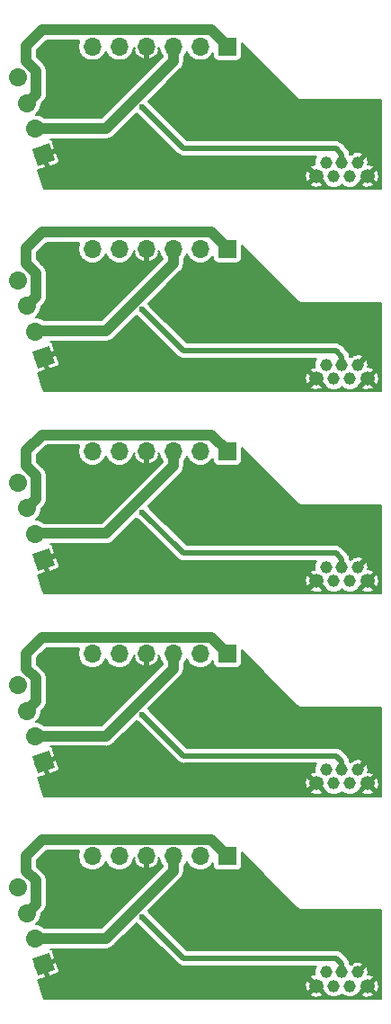
<source format=gbl>
G04 #@! TF.GenerationSoftware,KiCad,Pcbnew,5.0.0-fee4fd1~66~ubuntu16.04.1*
G04 #@! TF.CreationDate,2018-10-22T20:15:58+02:00*
G04 #@! TF.ProjectId,WiRoc_NanoPi_SideOledPCB_v1_Panelized,5769526F635F4E616E6F50695F536964,rev?*
G04 #@! TF.SameCoordinates,Original*
G04 #@! TF.FileFunction,Copper,L2,Bot,Signal*
G04 #@! TF.FilePolarity,Positive*
%FSLAX46Y46*%
G04 Gerber Fmt 4.6, Leading zero omitted, Abs format (unit mm)*
G04 Created by KiCad (PCBNEW 5.0.0-fee4fd1~66~ubuntu16.04.1) date Mon Oct 22 20:15:58 2018*
%MOMM*%
%LPD*%
G01*
G04 APERTURE LIST*
G04 #@! TA.AperFunction,ViaPad*
%ADD10C,0.600000*%
G04 #@! TD*
G04 #@! TA.AperFunction,ComponentPad*
%ADD11C,1.700000*%
G04 #@! TD*
G04 #@! TA.AperFunction,Conductor*
%ADD12C,1.700000*%
G04 #@! TD*
G04 #@! TA.AperFunction,Conductor*
%ADD13C,0.100000*%
G04 #@! TD*
G04 #@! TA.AperFunction,ComponentPad*
%ADD14C,1.350000*%
G04 #@! TD*
G04 #@! TA.AperFunction,ComponentPad*
%ADD15C,1.150000*%
G04 #@! TD*
G04 #@! TA.AperFunction,ComponentPad*
%ADD16O,1.700000X1.700000*%
G04 #@! TD*
G04 #@! TA.AperFunction,ComponentPad*
%ADD17R,1.700000X1.700000*%
G04 #@! TD*
G04 #@! TA.AperFunction,Conductor*
%ADD18C,0.500000*%
G04 #@! TD*
G04 #@! TA.AperFunction,Conductor*
%ADD19C,1.000000*%
G04 #@! TD*
G04 #@! TA.AperFunction,Conductor*
%ADD20C,0.200000*%
G04 #@! TD*
G04 APERTURE END LIST*
D10*
G04 #@! TO.N,GND*
G04 #@! TO.C,REF\002A\002A*
X142471140Y-160477700D03*
G04 #@! TD*
G04 #@! TO.N,GND*
G04 #@! TO.C,REF\002A\002A*
X142471140Y-141411700D03*
G04 #@! TD*
G04 #@! TO.N,GND*
G04 #@! TO.C,REF\002A\002A*
X142471140Y-122345700D03*
G04 #@! TD*
G04 #@! TO.N,GND*
G04 #@! TO.C,REF\002A\002A*
X142471140Y-103279700D03*
G04 #@! TD*
G04 #@! TO.N,GND*
G04 #@! TO.C,REF\002A\002A*
X150573740Y-165969180D03*
G04 #@! TD*
G04 #@! TO.N,GND*
G04 #@! TO.C,REF\002A\002A*
X150573740Y-146903180D03*
G04 #@! TD*
G04 #@! TO.N,GND*
G04 #@! TO.C,REF\002A\002A*
X150573740Y-127837180D03*
G04 #@! TD*
G04 #@! TO.N,GND*
G04 #@! TO.C,REF\002A\002A*
X150573740Y-108771180D03*
G04 #@! TD*
G04 #@! TO.N,GND*
G04 #@! TO.C,REF\002A\002A*
X140914120Y-163462200D03*
G04 #@! TD*
G04 #@! TO.N,GND*
G04 #@! TO.C,REF\002A\002A*
X140914120Y-144396200D03*
G04 #@! TD*
G04 #@! TO.N,GND*
G04 #@! TO.C,REF\002A\002A*
X140914120Y-125330200D03*
G04 #@! TD*
G04 #@! TO.N,GND*
G04 #@! TO.C,REF\002A\002A*
X140914120Y-106264200D03*
G04 #@! TD*
G04 #@! TO.N,GND*
G04 #@! TO.C,REF\002A\002A*
X146243040Y-161803580D03*
G04 #@! TD*
G04 #@! TO.N,GND*
G04 #@! TO.C,REF\002A\002A*
X146243040Y-142737580D03*
G04 #@! TD*
G04 #@! TO.N,GND*
G04 #@! TO.C,REF\002A\002A*
X146243040Y-123671580D03*
G04 #@! TD*
G04 #@! TO.N,GND*
G04 #@! TO.C,REF\002A\002A*
X146243040Y-104605580D03*
G04 #@! TD*
G04 #@! TO.N,GND*
G04 #@! TO.C,REF\002A\002A*
X146184620Y-169751240D03*
G04 #@! TD*
G04 #@! TO.N,GND*
G04 #@! TO.C,REF\002A\002A*
X146184620Y-150685240D03*
G04 #@! TD*
G04 #@! TO.N,GND*
G04 #@! TO.C,REF\002A\002A*
X146184620Y-131619240D03*
G04 #@! TD*
G04 #@! TO.N,GND*
G04 #@! TO.C,REF\002A\002A*
X146184620Y-112553240D03*
G04 #@! TD*
G04 #@! TO.N,GND*
G04 #@! TO.C,REF\002A\002A*
X127091440Y-162110920D03*
G04 #@! TD*
G04 #@! TO.N,GND*
G04 #@! TO.C,REF\002A\002A*
X127091440Y-143044920D03*
G04 #@! TD*
G04 #@! TO.N,GND*
G04 #@! TO.C,REF\002A\002A*
X127091440Y-123978920D03*
G04 #@! TD*
G04 #@! TO.N,GND*
G04 #@! TO.C,REF\002A\002A*
X127091440Y-104912920D03*
G04 #@! TD*
D11*
G04 #@! TO.P,J2,4*
G04 #@! TO.N,SDA*
X123728891Y-160623949D03*
D12*
G04 #@! TD*
G04 #@! TO.N,SDA*
G04 #@! TO.C,J2*
X123728891Y-160623949D02*
X123728891Y-160623949D01*
D11*
G04 #@! TO.P,J2,3*
G04 #@! TO.N,SCK*
X124513794Y-163039633D03*
D12*
G04 #@! TD*
G04 #@! TO.N,SCK*
G04 #@! TO.C,J2*
X124513794Y-163039633D02*
X124513794Y-163039633D01*
D11*
G04 #@! TO.P,J2,2*
G04 #@! TO.N,SYS_3.3V*
X125298697Y-165455316D03*
D12*
G04 #@! TD*
G04 #@! TO.N,SYS_3.3V*
G04 #@! TO.C,J2*
X125298697Y-165455316D02*
X125298697Y-165455316D01*
D11*
G04 #@! TO.P,J2,1*
G04 #@! TO.N,GND*
X126083600Y-167871000D03*
D13*
G04 #@! TD*
G04 #@! TO.N,GND*
G04 #@! TO.C,J2*
G36*
X126629334Y-166799938D02*
X127154662Y-168416734D01*
X125537866Y-168942062D01*
X125012538Y-167325266D01*
X126629334Y-166799938D01*
X126629334Y-166799938D01*
G37*
D11*
G04 #@! TO.P,J2,4*
G04 #@! TO.N,SDA*
X123728891Y-141557949D03*
D12*
G04 #@! TD*
G04 #@! TO.N,SDA*
G04 #@! TO.C,J2*
X123728891Y-141557949D02*
X123728891Y-141557949D01*
D11*
G04 #@! TO.P,J2,3*
G04 #@! TO.N,SCK*
X124513794Y-143973633D03*
D12*
G04 #@! TD*
G04 #@! TO.N,SCK*
G04 #@! TO.C,J2*
X124513794Y-143973633D02*
X124513794Y-143973633D01*
D11*
G04 #@! TO.P,J2,2*
G04 #@! TO.N,SYS_3.3V*
X125298697Y-146389316D03*
D12*
G04 #@! TD*
G04 #@! TO.N,SYS_3.3V*
G04 #@! TO.C,J2*
X125298697Y-146389316D02*
X125298697Y-146389316D01*
D11*
G04 #@! TO.P,J2,1*
G04 #@! TO.N,GND*
X126083600Y-148805000D03*
D13*
G04 #@! TD*
G04 #@! TO.N,GND*
G04 #@! TO.C,J2*
G36*
X126629334Y-147733938D02*
X127154662Y-149350734D01*
X125537866Y-149876062D01*
X125012538Y-148259266D01*
X126629334Y-147733938D01*
X126629334Y-147733938D01*
G37*
D11*
G04 #@! TO.P,J2,4*
G04 #@! TO.N,SDA*
X123728891Y-122491949D03*
D12*
G04 #@! TD*
G04 #@! TO.N,SDA*
G04 #@! TO.C,J2*
X123728891Y-122491949D02*
X123728891Y-122491949D01*
D11*
G04 #@! TO.P,J2,3*
G04 #@! TO.N,SCK*
X124513794Y-124907633D03*
D12*
G04 #@! TD*
G04 #@! TO.N,SCK*
G04 #@! TO.C,J2*
X124513794Y-124907633D02*
X124513794Y-124907633D01*
D11*
G04 #@! TO.P,J2,2*
G04 #@! TO.N,SYS_3.3V*
X125298697Y-127323316D03*
D12*
G04 #@! TD*
G04 #@! TO.N,SYS_3.3V*
G04 #@! TO.C,J2*
X125298697Y-127323316D02*
X125298697Y-127323316D01*
D11*
G04 #@! TO.P,J2,1*
G04 #@! TO.N,GND*
X126083600Y-129739000D03*
D13*
G04 #@! TD*
G04 #@! TO.N,GND*
G04 #@! TO.C,J2*
G36*
X126629334Y-128667938D02*
X127154662Y-130284734D01*
X125537866Y-130810062D01*
X125012538Y-129193266D01*
X126629334Y-128667938D01*
X126629334Y-128667938D01*
G37*
D11*
G04 #@! TO.P,J2,4*
G04 #@! TO.N,SDA*
X123728891Y-103425949D03*
D12*
G04 #@! TD*
G04 #@! TO.N,SDA*
G04 #@! TO.C,J2*
X123728891Y-103425949D02*
X123728891Y-103425949D01*
D11*
G04 #@! TO.P,J2,3*
G04 #@! TO.N,SCK*
X124513794Y-105841633D03*
D12*
G04 #@! TD*
G04 #@! TO.N,SCK*
G04 #@! TO.C,J2*
X124513794Y-105841633D02*
X124513794Y-105841633D01*
D11*
G04 #@! TO.P,J2,2*
G04 #@! TO.N,SYS_3.3V*
X125298697Y-108257316D03*
D12*
G04 #@! TD*
G04 #@! TO.N,SYS_3.3V*
G04 #@! TO.C,J2*
X125298697Y-108257316D02*
X125298697Y-108257316D01*
D11*
G04 #@! TO.P,J2,1*
G04 #@! TO.N,GND*
X126083600Y-110673000D03*
D13*
G04 #@! TD*
G04 #@! TO.N,GND*
G04 #@! TO.C,J2*
G36*
X126629334Y-109601938D02*
X127154662Y-111218734D01*
X125537866Y-111744062D01*
X125012538Y-110127266D01*
X126629334Y-109601938D01*
X126629334Y-109601938D01*
G37*
D14*
G04 #@! TO.P,J1,6*
G04 #@! TO.N,GND*
X151803400Y-169893000D03*
X156603400Y-169893000D03*
D15*
G04 #@! TO.P,J1,4*
G04 #@! TO.N,Net-(J1-Pad4)*
X154953400Y-169893000D03*
G04 #@! TO.P,J1,2*
G04 #@! TO.N,Net-(J1-Pad2)*
X153453400Y-169893000D03*
G04 #@! TO.P,J1,1*
G04 #@! TO.N,Net-(J1-Pad1)*
X152703400Y-168593000D03*
G04 #@! TO.P,J1,3*
G04 #@! TO.N,Net-(J1-Pad3)*
X154203400Y-168593000D03*
G04 #@! TO.P,J1,5*
G04 #@! TO.N,GND*
X155703400Y-168593000D03*
G04 #@! TD*
D14*
G04 #@! TO.P,J1,6*
G04 #@! TO.N,GND*
X151803400Y-150827000D03*
X156603400Y-150827000D03*
D15*
G04 #@! TO.P,J1,4*
G04 #@! TO.N,Net-(J1-Pad4)*
X154953400Y-150827000D03*
G04 #@! TO.P,J1,2*
G04 #@! TO.N,Net-(J1-Pad2)*
X153453400Y-150827000D03*
G04 #@! TO.P,J1,1*
G04 #@! TO.N,Net-(J1-Pad1)*
X152703400Y-149527000D03*
G04 #@! TO.P,J1,3*
G04 #@! TO.N,Net-(J1-Pad3)*
X154203400Y-149527000D03*
G04 #@! TO.P,J1,5*
G04 #@! TO.N,GND*
X155703400Y-149527000D03*
G04 #@! TD*
D14*
G04 #@! TO.P,J1,6*
G04 #@! TO.N,GND*
X151803400Y-131761000D03*
X156603400Y-131761000D03*
D15*
G04 #@! TO.P,J1,4*
G04 #@! TO.N,Net-(J1-Pad4)*
X154953400Y-131761000D03*
G04 #@! TO.P,J1,2*
G04 #@! TO.N,Net-(J1-Pad2)*
X153453400Y-131761000D03*
G04 #@! TO.P,J1,1*
G04 #@! TO.N,Net-(J1-Pad1)*
X152703400Y-130461000D03*
G04 #@! TO.P,J1,3*
G04 #@! TO.N,Net-(J1-Pad3)*
X154203400Y-130461000D03*
G04 #@! TO.P,J1,5*
G04 #@! TO.N,GND*
X155703400Y-130461000D03*
G04 #@! TD*
D14*
G04 #@! TO.P,J1,6*
G04 #@! TO.N,GND*
X151803400Y-112695000D03*
X156603400Y-112695000D03*
D15*
G04 #@! TO.P,J1,4*
G04 #@! TO.N,Net-(J1-Pad4)*
X154953400Y-112695000D03*
G04 #@! TO.P,J1,2*
G04 #@! TO.N,Net-(J1-Pad2)*
X153453400Y-112695000D03*
G04 #@! TO.P,J1,1*
G04 #@! TO.N,Net-(J1-Pad1)*
X152703400Y-111395000D03*
G04 #@! TO.P,J1,3*
G04 #@! TO.N,Net-(J1-Pad3)*
X154203400Y-111395000D03*
G04 #@! TO.P,J1,5*
G04 #@! TO.N,GND*
X155703400Y-111395000D03*
G04 #@! TD*
D10*
G04 #@! TO.N,GND*
G04 #@! TO.C,REF\002A\002A*
X134332980Y-169715680D03*
G04 #@! TD*
G04 #@! TO.N,GND*
G04 #@! TO.C,REF\002A\002A*
X134332980Y-150649680D03*
G04 #@! TD*
G04 #@! TO.N,GND*
G04 #@! TO.C,REF\002A\002A*
X134332980Y-131583680D03*
G04 #@! TD*
G04 #@! TO.N,GND*
G04 #@! TO.C,REF\002A\002A*
X134332980Y-112517680D03*
G04 #@! TD*
D16*
G04 #@! TO.P,J3,6*
G04 #@! TO.N,Net-(J1-Pad2)*
X130720600Y-157671000D03*
G04 #@! TO.P,J3,5*
G04 #@! TO.N,Net-(J1-Pad3)*
X133260600Y-157671000D03*
G04 #@! TO.P,J3,4*
G04 #@! TO.N,GND*
X135800600Y-157671000D03*
G04 #@! TO.P,J3,3*
G04 #@! TO.N,SYS_3.3V*
X138340600Y-157671000D03*
G04 #@! TO.P,J3,2*
G04 #@! TO.N,SDA*
X140880600Y-157671000D03*
D17*
G04 #@! TO.P,J3,1*
G04 #@! TO.N,SCK*
X143420600Y-157671000D03*
G04 #@! TD*
D16*
G04 #@! TO.P,J3,6*
G04 #@! TO.N,Net-(J1-Pad2)*
X130720600Y-138605000D03*
G04 #@! TO.P,J3,5*
G04 #@! TO.N,Net-(J1-Pad3)*
X133260600Y-138605000D03*
G04 #@! TO.P,J3,4*
G04 #@! TO.N,GND*
X135800600Y-138605000D03*
G04 #@! TO.P,J3,3*
G04 #@! TO.N,SYS_3.3V*
X138340600Y-138605000D03*
G04 #@! TO.P,J3,2*
G04 #@! TO.N,SDA*
X140880600Y-138605000D03*
D17*
G04 #@! TO.P,J3,1*
G04 #@! TO.N,SCK*
X143420600Y-138605000D03*
G04 #@! TD*
D16*
G04 #@! TO.P,J3,6*
G04 #@! TO.N,Net-(J1-Pad2)*
X130720600Y-119539000D03*
G04 #@! TO.P,J3,5*
G04 #@! TO.N,Net-(J1-Pad3)*
X133260600Y-119539000D03*
G04 #@! TO.P,J3,4*
G04 #@! TO.N,GND*
X135800600Y-119539000D03*
G04 #@! TO.P,J3,3*
G04 #@! TO.N,SYS_3.3V*
X138340600Y-119539000D03*
G04 #@! TO.P,J3,2*
G04 #@! TO.N,SDA*
X140880600Y-119539000D03*
D17*
G04 #@! TO.P,J3,1*
G04 #@! TO.N,SCK*
X143420600Y-119539000D03*
G04 #@! TD*
D16*
G04 #@! TO.P,J3,6*
G04 #@! TO.N,Net-(J1-Pad2)*
X130720600Y-100473000D03*
G04 #@! TO.P,J3,5*
G04 #@! TO.N,Net-(J1-Pad3)*
X133260600Y-100473000D03*
G04 #@! TO.P,J3,4*
G04 #@! TO.N,GND*
X135800600Y-100473000D03*
G04 #@! TO.P,J3,3*
G04 #@! TO.N,SYS_3.3V*
X138340600Y-100473000D03*
G04 #@! TO.P,J3,2*
G04 #@! TO.N,SDA*
X140880600Y-100473000D03*
D17*
G04 #@! TO.P,J3,1*
G04 #@! TO.N,SCK*
X143420600Y-100473000D03*
G04 #@! TD*
D10*
G04 #@! TO.N,GND*
G04 #@! TO.C,REF\002A\002A*
X134332980Y-93451680D03*
G04 #@! TD*
G04 #@! TO.N,GND*
G04 #@! TO.C,REF\002A\002A*
X127091440Y-85846920D03*
G04 #@! TD*
G04 #@! TO.N,GND*
G04 #@! TO.C,REF\002A\002A*
X146184620Y-93487240D03*
G04 #@! TD*
G04 #@! TO.N,GND*
G04 #@! TO.C,REF\002A\002A*
X140914120Y-87198200D03*
G04 #@! TD*
G04 #@! TO.N,GND*
G04 #@! TO.C,REF\002A\002A*
X150573740Y-89705180D03*
G04 #@! TD*
G04 #@! TO.N,GND*
G04 #@! TO.C,REF\002A\002A*
X146243040Y-85539580D03*
G04 #@! TD*
D11*
G04 #@! TO.P,J2,1*
G04 #@! TO.N,GND*
X126083600Y-91607000D03*
D13*
G04 #@! TD*
G04 #@! TO.N,GND*
G04 #@! TO.C,J2*
G36*
X126629334Y-90535938D02*
X127154662Y-92152734D01*
X125537866Y-92678062D01*
X125012538Y-91061266D01*
X126629334Y-90535938D01*
X126629334Y-90535938D01*
G37*
D11*
G04 #@! TO.P,J2,2*
G04 #@! TO.N,SYS_3.3V*
X125298697Y-89191316D03*
D12*
G04 #@! TD*
G04 #@! TO.N,SYS_3.3V*
G04 #@! TO.C,J2*
X125298697Y-89191316D02*
X125298697Y-89191316D01*
D11*
G04 #@! TO.P,J2,3*
G04 #@! TO.N,SCK*
X124513794Y-86775633D03*
D12*
G04 #@! TD*
G04 #@! TO.N,SCK*
G04 #@! TO.C,J2*
X124513794Y-86775633D02*
X124513794Y-86775633D01*
D11*
G04 #@! TO.P,J2,4*
G04 #@! TO.N,SDA*
X123728891Y-84359949D03*
D12*
G04 #@! TD*
G04 #@! TO.N,SDA*
G04 #@! TO.C,J2*
X123728891Y-84359949D02*
X123728891Y-84359949D01*
D17*
G04 #@! TO.P,J3,1*
G04 #@! TO.N,SCK*
X143420600Y-81407000D03*
D16*
G04 #@! TO.P,J3,2*
G04 #@! TO.N,SDA*
X140880600Y-81407000D03*
G04 #@! TO.P,J3,3*
G04 #@! TO.N,SYS_3.3V*
X138340600Y-81407000D03*
G04 #@! TO.P,J3,4*
G04 #@! TO.N,GND*
X135800600Y-81407000D03*
G04 #@! TO.P,J3,5*
G04 #@! TO.N,Net-(J1-Pad3)*
X133260600Y-81407000D03*
G04 #@! TO.P,J3,6*
G04 #@! TO.N,Net-(J1-Pad2)*
X130720600Y-81407000D03*
G04 #@! TD*
D10*
G04 #@! TO.N,GND*
G04 #@! TO.C,REF\002A\002A*
X142471140Y-84213700D03*
G04 #@! TD*
D15*
G04 #@! TO.P,J1,5*
G04 #@! TO.N,GND*
X155703400Y-92329000D03*
G04 #@! TO.P,J1,3*
G04 #@! TO.N,Net-(J1-Pad3)*
X154203400Y-92329000D03*
G04 #@! TO.P,J1,1*
G04 #@! TO.N,Net-(J1-Pad1)*
X152703400Y-92329000D03*
G04 #@! TO.P,J1,2*
G04 #@! TO.N,Net-(J1-Pad2)*
X153453400Y-93629000D03*
G04 #@! TO.P,J1,4*
G04 #@! TO.N,Net-(J1-Pad4)*
X154953400Y-93629000D03*
D14*
G04 #@! TO.P,J1,6*
G04 #@! TO.N,GND*
X156603400Y-93629000D03*
X151803400Y-93629000D03*
G04 #@! TD*
D10*
G04 #@! TO.N,Net-(J1-Pad3)*
X135404584Y-87142044D03*
X135404584Y-106208044D03*
X135404584Y-125274044D03*
X135404584Y-144340044D03*
X135404584Y-163406044D03*
G04 #@! TD*
D18*
G04 #@! TO.N,Net-(J1-Pad3)*
X135404584Y-87147124D02*
X135404584Y-87142044D01*
X153644600Y-91008200D02*
X154203400Y-91567000D01*
X139270740Y-91008200D02*
X153644600Y-91008200D01*
X135404584Y-87142044D02*
X139270740Y-91008200D01*
X154203400Y-91567000D02*
X154203400Y-92329000D01*
X139270740Y-110074200D02*
X153644600Y-110074200D01*
X139270740Y-129140200D02*
X153644600Y-129140200D01*
X139270740Y-148206200D02*
X153644600Y-148206200D01*
X139270740Y-167272200D02*
X153644600Y-167272200D01*
X135404584Y-106208044D02*
X139270740Y-110074200D01*
X135404584Y-125274044D02*
X139270740Y-129140200D01*
X135404584Y-144340044D02*
X139270740Y-148206200D01*
X135404584Y-163406044D02*
X139270740Y-167272200D01*
X154203400Y-110633000D02*
X154203400Y-111395000D01*
X154203400Y-129699000D02*
X154203400Y-130461000D01*
X154203400Y-148765000D02*
X154203400Y-149527000D01*
X154203400Y-167831000D02*
X154203400Y-168593000D01*
X135404584Y-106213124D02*
X135404584Y-106208044D01*
X135404584Y-125279124D02*
X135404584Y-125274044D01*
X135404584Y-144345124D02*
X135404584Y-144340044D01*
X135404584Y-163411124D02*
X135404584Y-163406044D01*
X153644600Y-110074200D02*
X154203400Y-110633000D01*
X153644600Y-129140200D02*
X154203400Y-129699000D01*
X153644600Y-148206200D02*
X154203400Y-148765000D01*
X153644600Y-167272200D02*
X154203400Y-167831000D01*
D19*
G04 #@! TO.N,SYS_3.3V*
X125333473Y-89156540D02*
X125298697Y-89191316D01*
X131975860Y-89156540D02*
X125333473Y-89156540D01*
X138328400Y-82804000D02*
X131975860Y-89156540D01*
X138328400Y-81409540D02*
X138328400Y-82804000D01*
X125333473Y-108222540D02*
X125298697Y-108257316D01*
X125333473Y-127288540D02*
X125298697Y-127323316D01*
X125333473Y-146354540D02*
X125298697Y-146389316D01*
X125333473Y-165420540D02*
X125298697Y-165455316D01*
X131975860Y-108222540D02*
X125333473Y-108222540D01*
X131975860Y-127288540D02*
X125333473Y-127288540D01*
X131975860Y-146354540D02*
X125333473Y-146354540D01*
X131975860Y-165420540D02*
X125333473Y-165420540D01*
X138328400Y-101870000D02*
X131975860Y-108222540D01*
X138328400Y-120936000D02*
X131975860Y-127288540D01*
X138328400Y-140002000D02*
X131975860Y-146354540D01*
X138328400Y-159068000D02*
X131975860Y-165420540D01*
X138328400Y-100475540D02*
X138328400Y-101870000D01*
X138328400Y-119541540D02*
X138328400Y-120936000D01*
X138328400Y-138607540D02*
X138328400Y-140002000D01*
X138328400Y-157673540D02*
X138328400Y-159068000D01*
G04 #@! TO.N,SCK*
X141896499Y-79856999D02*
X143405860Y-81366360D01*
X125976599Y-79856999D02*
X141896499Y-79856999D01*
X124472892Y-81360706D02*
X125976599Y-79856999D01*
X124513794Y-86775633D02*
X125363793Y-85925634D01*
X125363793Y-85925634D02*
X125363793Y-83700849D01*
X125363793Y-83700849D02*
X124472892Y-82809948D01*
X124472892Y-82809948D02*
X124472892Y-81360706D01*
X125363793Y-102766849D02*
X124472892Y-101875948D01*
X125363793Y-121832849D02*
X124472892Y-120941948D01*
X125363793Y-140898849D02*
X124472892Y-140007948D01*
X125363793Y-159964849D02*
X124472892Y-159073948D01*
X124472892Y-101875948D02*
X124472892Y-100426706D01*
X124472892Y-120941948D02*
X124472892Y-119492706D01*
X124472892Y-140007948D02*
X124472892Y-138558706D01*
X124472892Y-159073948D02*
X124472892Y-157624706D01*
X141896499Y-98922999D02*
X143405860Y-100432360D01*
X141896499Y-117988999D02*
X143405860Y-119498360D01*
X141896499Y-137054999D02*
X143405860Y-138564360D01*
X141896499Y-156120999D02*
X143405860Y-157630360D01*
X125976599Y-98922999D02*
X141896499Y-98922999D01*
X125976599Y-117988999D02*
X141896499Y-117988999D01*
X125976599Y-137054999D02*
X141896499Y-137054999D01*
X125976599Y-156120999D02*
X141896499Y-156120999D01*
X124472892Y-100426706D02*
X125976599Y-98922999D01*
X124472892Y-119492706D02*
X125976599Y-117988999D01*
X124472892Y-138558706D02*
X125976599Y-137054999D01*
X124472892Y-157624706D02*
X125976599Y-156120999D01*
X124513794Y-105841633D02*
X125363793Y-104991634D01*
X124513794Y-124907633D02*
X125363793Y-124057634D01*
X124513794Y-143973633D02*
X125363793Y-143123634D01*
X124513794Y-163039633D02*
X125363793Y-162189634D01*
X125363793Y-104991634D02*
X125363793Y-102766849D01*
X125363793Y-124057634D02*
X125363793Y-121832849D01*
X125363793Y-143123634D02*
X125363793Y-140898849D01*
X125363793Y-162189634D02*
X125363793Y-159964849D01*
G04 #@! TD*
D20*
G04 #@! TO.N,GND*
G36*
X149973973Y-86273546D02*
X150006049Y-86321551D01*
X150196246Y-86448637D01*
X150363972Y-86482000D01*
X150363976Y-86482000D01*
X150420600Y-86493263D01*
X150477224Y-86482000D01*
X157895600Y-86482000D01*
X157895601Y-94818000D01*
X126132995Y-94818000D01*
X126002910Y-94433746D01*
X151216443Y-94433746D01*
X151290132Y-94597454D01*
X151699814Y-94720154D01*
X152125265Y-94676736D01*
X152316668Y-94597454D01*
X152390357Y-94433746D01*
X151803400Y-93846789D01*
X151216443Y-94433746D01*
X126002910Y-94433746D01*
X125695401Y-93525414D01*
X150712246Y-93525414D01*
X150755664Y-93950865D01*
X150834946Y-94142268D01*
X150998654Y-94215957D01*
X151585611Y-93629000D01*
X150998654Y-93042043D01*
X150834946Y-93115732D01*
X150712246Y-93525414D01*
X125695401Y-93525414D01*
X125544550Y-93079825D01*
X125585802Y-93083072D01*
X126228303Y-92874311D01*
X126292507Y-92748304D01*
X125984726Y-91801051D01*
X125965704Y-91807232D01*
X125932772Y-91705874D01*
X126277651Y-91705874D01*
X126585432Y-92653126D01*
X126711440Y-92717330D01*
X127353940Y-92508569D01*
X127474944Y-92405223D01*
X127547187Y-92263437D01*
X127559672Y-92104798D01*
X127510498Y-91953456D01*
X127350911Y-91462297D01*
X127224904Y-91398093D01*
X126277651Y-91705874D01*
X125932772Y-91705874D01*
X125870528Y-91514306D01*
X125889549Y-91508126D01*
X125883368Y-91489104D01*
X126176294Y-91393928D01*
X126182474Y-91412949D01*
X127129726Y-91105168D01*
X127193930Y-90979160D01*
X127034343Y-90488002D01*
X126985169Y-90336660D01*
X126881823Y-90215656D01*
X126765800Y-90156540D01*
X131877370Y-90156540D01*
X131975860Y-90176131D01*
X132074350Y-90156540D01*
X132366041Y-90098519D01*
X132696820Y-89877500D01*
X132752614Y-89793998D01*
X134838891Y-87707722D01*
X134951420Y-87820251D01*
X135072133Y-87870252D01*
X138688179Y-91486300D01*
X138730020Y-91548920D01*
X138978105Y-91714684D01*
X139196874Y-91758200D01*
X139270739Y-91772893D01*
X139344604Y-91758200D01*
X151776262Y-91758200D01*
X151628400Y-92115169D01*
X151628400Y-92542831D01*
X151637717Y-92565325D01*
X151481535Y-92581264D01*
X151290132Y-92660546D01*
X151216443Y-92824254D01*
X151803400Y-93411211D01*
X151817542Y-93397069D01*
X152035331Y-93614858D01*
X152021189Y-93629000D01*
X152479785Y-94087596D01*
X152542059Y-94237938D01*
X152844462Y-94540341D01*
X153239569Y-94704000D01*
X153667231Y-94704000D01*
X154062338Y-94540341D01*
X154203400Y-94399279D01*
X154344462Y-94540341D01*
X154739569Y-94704000D01*
X155167231Y-94704000D01*
X155562338Y-94540341D01*
X155668933Y-94433746D01*
X156016443Y-94433746D01*
X156090132Y-94597454D01*
X156499814Y-94720154D01*
X156925265Y-94676736D01*
X157116668Y-94597454D01*
X157190357Y-94433746D01*
X156603400Y-93846789D01*
X156016443Y-94433746D01*
X155668933Y-94433746D01*
X155864741Y-94237938D01*
X155927015Y-94087596D01*
X156385611Y-93629000D01*
X156821189Y-93629000D01*
X157408146Y-94215957D01*
X157571854Y-94142268D01*
X157694554Y-93732586D01*
X157651136Y-93307135D01*
X157571854Y-93115732D01*
X157408146Y-93042043D01*
X156821189Y-93629000D01*
X156385611Y-93629000D01*
X156371469Y-93614858D01*
X156589258Y-93397069D01*
X156603400Y-93411211D01*
X157190357Y-92824254D01*
X157116668Y-92660546D01*
X156706986Y-92537846D01*
X156656155Y-92543033D01*
X156694315Y-92408522D01*
X156649317Y-92023262D01*
X156588454Y-91876324D01*
X156435071Y-91815118D01*
X155921189Y-92329000D01*
X155935331Y-92343142D01*
X155717542Y-92560931D01*
X155703400Y-92546789D01*
X155689258Y-92560931D01*
X155471469Y-92343142D01*
X155485611Y-92329000D01*
X155471469Y-92314858D01*
X155689258Y-92097069D01*
X155703400Y-92111211D01*
X156217282Y-91597329D01*
X156156076Y-91443946D01*
X155782922Y-91338085D01*
X155397662Y-91383083D01*
X155250724Y-91443946D01*
X155189519Y-91597327D01*
X155110746Y-91518554D01*
X155011990Y-91617311D01*
X154967029Y-91572350D01*
X154968093Y-91567000D01*
X154909884Y-91274364D01*
X154799526Y-91109202D01*
X154744120Y-91026280D01*
X154681497Y-90984437D01*
X154227165Y-90530106D01*
X154185320Y-90467480D01*
X153937235Y-90301716D01*
X153718466Y-90258200D01*
X153718465Y-90258200D01*
X153644600Y-90243507D01*
X153570735Y-90258200D01*
X139581401Y-90258200D01*
X136132792Y-86809593D01*
X136082791Y-86688880D01*
X135970262Y-86576351D01*
X138965861Y-83580752D01*
X139049360Y-83524960D01*
X139270379Y-83194181D01*
X139307025Y-83009949D01*
X139347991Y-82804001D01*
X139328400Y-82705511D01*
X139328400Y-82358589D01*
X139610600Y-81936246D01*
X139907304Y-82380296D01*
X140353856Y-82678672D01*
X140747637Y-82757000D01*
X141013563Y-82757000D01*
X141407344Y-82678672D01*
X141853896Y-82380296D01*
X142060805Y-82070634D01*
X142060805Y-82257000D01*
X142099611Y-82452090D01*
X142210120Y-82617480D01*
X142375510Y-82727989D01*
X142570600Y-82766795D01*
X144270600Y-82766795D01*
X144465690Y-82727989D01*
X144631080Y-82617480D01*
X144741589Y-82452090D01*
X144780395Y-82257000D01*
X144780395Y-81079967D01*
X149973973Y-86273546D01*
X149973973Y-86273546D01*
G37*
X149973973Y-86273546D02*
X150006049Y-86321551D01*
X150196246Y-86448637D01*
X150363972Y-86482000D01*
X150363976Y-86482000D01*
X150420600Y-86493263D01*
X150477224Y-86482000D01*
X157895600Y-86482000D01*
X157895601Y-94818000D01*
X126132995Y-94818000D01*
X126002910Y-94433746D01*
X151216443Y-94433746D01*
X151290132Y-94597454D01*
X151699814Y-94720154D01*
X152125265Y-94676736D01*
X152316668Y-94597454D01*
X152390357Y-94433746D01*
X151803400Y-93846789D01*
X151216443Y-94433746D01*
X126002910Y-94433746D01*
X125695401Y-93525414D01*
X150712246Y-93525414D01*
X150755664Y-93950865D01*
X150834946Y-94142268D01*
X150998654Y-94215957D01*
X151585611Y-93629000D01*
X150998654Y-93042043D01*
X150834946Y-93115732D01*
X150712246Y-93525414D01*
X125695401Y-93525414D01*
X125544550Y-93079825D01*
X125585802Y-93083072D01*
X126228303Y-92874311D01*
X126292507Y-92748304D01*
X125984726Y-91801051D01*
X125965704Y-91807232D01*
X125932772Y-91705874D01*
X126277651Y-91705874D01*
X126585432Y-92653126D01*
X126711440Y-92717330D01*
X127353940Y-92508569D01*
X127474944Y-92405223D01*
X127547187Y-92263437D01*
X127559672Y-92104798D01*
X127510498Y-91953456D01*
X127350911Y-91462297D01*
X127224904Y-91398093D01*
X126277651Y-91705874D01*
X125932772Y-91705874D01*
X125870528Y-91514306D01*
X125889549Y-91508126D01*
X125883368Y-91489104D01*
X126176294Y-91393928D01*
X126182474Y-91412949D01*
X127129726Y-91105168D01*
X127193930Y-90979160D01*
X127034343Y-90488002D01*
X126985169Y-90336660D01*
X126881823Y-90215656D01*
X126765800Y-90156540D01*
X131877370Y-90156540D01*
X131975860Y-90176131D01*
X132074350Y-90156540D01*
X132366041Y-90098519D01*
X132696820Y-89877500D01*
X132752614Y-89793998D01*
X134838891Y-87707722D01*
X134951420Y-87820251D01*
X135072133Y-87870252D01*
X138688179Y-91486300D01*
X138730020Y-91548920D01*
X138978105Y-91714684D01*
X139196874Y-91758200D01*
X139270739Y-91772893D01*
X139344604Y-91758200D01*
X151776262Y-91758200D01*
X151628400Y-92115169D01*
X151628400Y-92542831D01*
X151637717Y-92565325D01*
X151481535Y-92581264D01*
X151290132Y-92660546D01*
X151216443Y-92824254D01*
X151803400Y-93411211D01*
X151817542Y-93397069D01*
X152035331Y-93614858D01*
X152021189Y-93629000D01*
X152479785Y-94087596D01*
X152542059Y-94237938D01*
X152844462Y-94540341D01*
X153239569Y-94704000D01*
X153667231Y-94704000D01*
X154062338Y-94540341D01*
X154203400Y-94399279D01*
X154344462Y-94540341D01*
X154739569Y-94704000D01*
X155167231Y-94704000D01*
X155562338Y-94540341D01*
X155668933Y-94433746D01*
X156016443Y-94433746D01*
X156090132Y-94597454D01*
X156499814Y-94720154D01*
X156925265Y-94676736D01*
X157116668Y-94597454D01*
X157190357Y-94433746D01*
X156603400Y-93846789D01*
X156016443Y-94433746D01*
X155668933Y-94433746D01*
X155864741Y-94237938D01*
X155927015Y-94087596D01*
X156385611Y-93629000D01*
X156821189Y-93629000D01*
X157408146Y-94215957D01*
X157571854Y-94142268D01*
X157694554Y-93732586D01*
X157651136Y-93307135D01*
X157571854Y-93115732D01*
X157408146Y-93042043D01*
X156821189Y-93629000D01*
X156385611Y-93629000D01*
X156371469Y-93614858D01*
X156589258Y-93397069D01*
X156603400Y-93411211D01*
X157190357Y-92824254D01*
X157116668Y-92660546D01*
X156706986Y-92537846D01*
X156656155Y-92543033D01*
X156694315Y-92408522D01*
X156649317Y-92023262D01*
X156588454Y-91876324D01*
X156435071Y-91815118D01*
X155921189Y-92329000D01*
X155935331Y-92343142D01*
X155717542Y-92560931D01*
X155703400Y-92546789D01*
X155689258Y-92560931D01*
X155471469Y-92343142D01*
X155485611Y-92329000D01*
X155471469Y-92314858D01*
X155689258Y-92097069D01*
X155703400Y-92111211D01*
X156217282Y-91597329D01*
X156156076Y-91443946D01*
X155782922Y-91338085D01*
X155397662Y-91383083D01*
X155250724Y-91443946D01*
X155189519Y-91597327D01*
X155110746Y-91518554D01*
X155011990Y-91617311D01*
X154967029Y-91572350D01*
X154968093Y-91567000D01*
X154909884Y-91274364D01*
X154799526Y-91109202D01*
X154744120Y-91026280D01*
X154681497Y-90984437D01*
X154227165Y-90530106D01*
X154185320Y-90467480D01*
X153937235Y-90301716D01*
X153718466Y-90258200D01*
X153718465Y-90258200D01*
X153644600Y-90243507D01*
X153570735Y-90258200D01*
X139581401Y-90258200D01*
X136132792Y-86809593D01*
X136082791Y-86688880D01*
X135970262Y-86576351D01*
X138965861Y-83580752D01*
X139049360Y-83524960D01*
X139270379Y-83194181D01*
X139307025Y-83009949D01*
X139347991Y-82804001D01*
X139328400Y-82705511D01*
X139328400Y-82358589D01*
X139610600Y-81936246D01*
X139907304Y-82380296D01*
X140353856Y-82678672D01*
X140747637Y-82757000D01*
X141013563Y-82757000D01*
X141407344Y-82678672D01*
X141853896Y-82380296D01*
X142060805Y-82070634D01*
X142060805Y-82257000D01*
X142099611Y-82452090D01*
X142210120Y-82617480D01*
X142375510Y-82727989D01*
X142570600Y-82766795D01*
X144270600Y-82766795D01*
X144465690Y-82727989D01*
X144631080Y-82617480D01*
X144741589Y-82452090D01*
X144780395Y-82257000D01*
X144780395Y-81079967D01*
X149973973Y-86273546D01*
G36*
X129448928Y-80880256D02*
X129344152Y-81407000D01*
X129448928Y-81933744D01*
X129747304Y-82380296D01*
X130193856Y-82678672D01*
X130587637Y-82757000D01*
X130853563Y-82757000D01*
X131247344Y-82678672D01*
X131693896Y-82380296D01*
X131990600Y-81936246D01*
X132287304Y-82380296D01*
X132733856Y-82678672D01*
X133127637Y-82757000D01*
X133393563Y-82757000D01*
X133787344Y-82678672D01*
X134233896Y-82380296D01*
X134532272Y-81933744D01*
X134606415Y-81561002D01*
X134660108Y-81561002D01*
X134599472Y-81753160D01*
X134823372Y-82186462D01*
X135196046Y-82501098D01*
X135454443Y-82608114D01*
X135646600Y-82546642D01*
X135646600Y-81561000D01*
X135626600Y-81561000D01*
X135626600Y-81253000D01*
X135646600Y-81253000D01*
X135646600Y-81233000D01*
X135954600Y-81233000D01*
X135954600Y-81253000D01*
X135974600Y-81253000D01*
X135974600Y-81561000D01*
X135954600Y-81561000D01*
X135954600Y-82546642D01*
X136146757Y-82608114D01*
X136405154Y-82501098D01*
X136777828Y-82186462D01*
X137001728Y-81753160D01*
X136941092Y-81561002D01*
X136994785Y-81561002D01*
X137068928Y-81933744D01*
X137328401Y-82322073D01*
X137328401Y-82389786D01*
X131561648Y-88156540D01*
X126179982Y-88156540D01*
X125825441Y-87919644D01*
X125431660Y-87841316D01*
X125348823Y-87841316D01*
X125487090Y-87748929D01*
X125785466Y-87302377D01*
X125880865Y-86822775D01*
X126001254Y-86702386D01*
X126084753Y-86646594D01*
X126305772Y-86315815D01*
X126363793Y-86024124D01*
X126363793Y-86024123D01*
X126383384Y-85925635D01*
X126363793Y-85827145D01*
X126363793Y-83799338D01*
X126383384Y-83700848D01*
X126305772Y-83310668D01*
X126231912Y-83200129D01*
X126084753Y-82979889D01*
X126001256Y-82924098D01*
X125472892Y-82395735D01*
X125472892Y-81774918D01*
X126390812Y-80856999D01*
X129464468Y-80856999D01*
X129448928Y-80880256D01*
X129448928Y-80880256D01*
G37*
X129448928Y-80880256D02*
X129344152Y-81407000D01*
X129448928Y-81933744D01*
X129747304Y-82380296D01*
X130193856Y-82678672D01*
X130587637Y-82757000D01*
X130853563Y-82757000D01*
X131247344Y-82678672D01*
X131693896Y-82380296D01*
X131990600Y-81936246D01*
X132287304Y-82380296D01*
X132733856Y-82678672D01*
X133127637Y-82757000D01*
X133393563Y-82757000D01*
X133787344Y-82678672D01*
X134233896Y-82380296D01*
X134532272Y-81933744D01*
X134606415Y-81561002D01*
X134660108Y-81561002D01*
X134599472Y-81753160D01*
X134823372Y-82186462D01*
X135196046Y-82501098D01*
X135454443Y-82608114D01*
X135646600Y-82546642D01*
X135646600Y-81561000D01*
X135626600Y-81561000D01*
X135626600Y-81253000D01*
X135646600Y-81253000D01*
X135646600Y-81233000D01*
X135954600Y-81233000D01*
X135954600Y-81253000D01*
X135974600Y-81253000D01*
X135974600Y-81561000D01*
X135954600Y-81561000D01*
X135954600Y-82546642D01*
X136146757Y-82608114D01*
X136405154Y-82501098D01*
X136777828Y-82186462D01*
X137001728Y-81753160D01*
X136941092Y-81561002D01*
X136994785Y-81561002D01*
X137068928Y-81933744D01*
X137328401Y-82322073D01*
X137328401Y-82389786D01*
X131561648Y-88156540D01*
X126179982Y-88156540D01*
X125825441Y-87919644D01*
X125431660Y-87841316D01*
X125348823Y-87841316D01*
X125487090Y-87748929D01*
X125785466Y-87302377D01*
X125880865Y-86822775D01*
X126001254Y-86702386D01*
X126084753Y-86646594D01*
X126305772Y-86315815D01*
X126363793Y-86024124D01*
X126363793Y-86024123D01*
X126383384Y-85925635D01*
X126363793Y-85827145D01*
X126363793Y-83799338D01*
X126383384Y-83700848D01*
X126305772Y-83310668D01*
X126231912Y-83200129D01*
X126084753Y-82979889D01*
X126001256Y-82924098D01*
X125472892Y-82395735D01*
X125472892Y-81774918D01*
X126390812Y-80856999D01*
X129464468Y-80856999D01*
X129448928Y-80880256D01*
G36*
X149973973Y-105339546D02*
X150006049Y-105387551D01*
X150196246Y-105514637D01*
X150363972Y-105548000D01*
X150363976Y-105548000D01*
X150420600Y-105559263D01*
X150477224Y-105548000D01*
X157895600Y-105548000D01*
X157895601Y-113884000D01*
X126132995Y-113884000D01*
X126002910Y-113499746D01*
X151216443Y-113499746D01*
X151290132Y-113663454D01*
X151699814Y-113786154D01*
X152125265Y-113742736D01*
X152316668Y-113663454D01*
X152390357Y-113499746D01*
X151803400Y-112912789D01*
X151216443Y-113499746D01*
X126002910Y-113499746D01*
X125695401Y-112591414D01*
X150712246Y-112591414D01*
X150755664Y-113016865D01*
X150834946Y-113208268D01*
X150998654Y-113281957D01*
X151585611Y-112695000D01*
X150998654Y-112108043D01*
X150834946Y-112181732D01*
X150712246Y-112591414D01*
X125695401Y-112591414D01*
X125544550Y-112145825D01*
X125585802Y-112149072D01*
X126228303Y-111940311D01*
X126292507Y-111814304D01*
X125984726Y-110867051D01*
X125965704Y-110873232D01*
X125932772Y-110771874D01*
X126277651Y-110771874D01*
X126585432Y-111719126D01*
X126711440Y-111783330D01*
X127353940Y-111574569D01*
X127474944Y-111471223D01*
X127547187Y-111329437D01*
X127559672Y-111170798D01*
X127510498Y-111019456D01*
X127350911Y-110528297D01*
X127224904Y-110464093D01*
X126277651Y-110771874D01*
X125932772Y-110771874D01*
X125870528Y-110580306D01*
X125889549Y-110574126D01*
X125883368Y-110555104D01*
X126176294Y-110459928D01*
X126182474Y-110478949D01*
X127129726Y-110171168D01*
X127193930Y-110045160D01*
X127034343Y-109554002D01*
X126985169Y-109402660D01*
X126881823Y-109281656D01*
X126765800Y-109222540D01*
X131877370Y-109222540D01*
X131975860Y-109242131D01*
X132074350Y-109222540D01*
X132366041Y-109164519D01*
X132696820Y-108943500D01*
X132752614Y-108859998D01*
X134838891Y-106773722D01*
X134951420Y-106886251D01*
X135072133Y-106936252D01*
X138688179Y-110552300D01*
X138730020Y-110614920D01*
X138978105Y-110780684D01*
X139196874Y-110824200D01*
X139270739Y-110838893D01*
X139344604Y-110824200D01*
X151776262Y-110824200D01*
X151628400Y-111181169D01*
X151628400Y-111608831D01*
X151637717Y-111631325D01*
X151481535Y-111647264D01*
X151290132Y-111726546D01*
X151216443Y-111890254D01*
X151803400Y-112477211D01*
X151817542Y-112463069D01*
X152035331Y-112680858D01*
X152021189Y-112695000D01*
X152479785Y-113153596D01*
X152542059Y-113303938D01*
X152844462Y-113606341D01*
X153239569Y-113770000D01*
X153667231Y-113770000D01*
X154062338Y-113606341D01*
X154203400Y-113465279D01*
X154344462Y-113606341D01*
X154739569Y-113770000D01*
X155167231Y-113770000D01*
X155562338Y-113606341D01*
X155668933Y-113499746D01*
X156016443Y-113499746D01*
X156090132Y-113663454D01*
X156499814Y-113786154D01*
X156925265Y-113742736D01*
X157116668Y-113663454D01*
X157190357Y-113499746D01*
X156603400Y-112912789D01*
X156016443Y-113499746D01*
X155668933Y-113499746D01*
X155864741Y-113303938D01*
X155927015Y-113153596D01*
X156385611Y-112695000D01*
X156821189Y-112695000D01*
X157408146Y-113281957D01*
X157571854Y-113208268D01*
X157694554Y-112798586D01*
X157651136Y-112373135D01*
X157571854Y-112181732D01*
X157408146Y-112108043D01*
X156821189Y-112695000D01*
X156385611Y-112695000D01*
X156371469Y-112680858D01*
X156589258Y-112463069D01*
X156603400Y-112477211D01*
X157190357Y-111890254D01*
X157116668Y-111726546D01*
X156706986Y-111603846D01*
X156656155Y-111609033D01*
X156694315Y-111474522D01*
X156649317Y-111089262D01*
X156588454Y-110942324D01*
X156435071Y-110881118D01*
X155921189Y-111395000D01*
X155935331Y-111409142D01*
X155717542Y-111626931D01*
X155703400Y-111612789D01*
X155689258Y-111626931D01*
X155471469Y-111409142D01*
X155485611Y-111395000D01*
X155471469Y-111380858D01*
X155689258Y-111163069D01*
X155703400Y-111177211D01*
X156217282Y-110663329D01*
X156156076Y-110509946D01*
X155782922Y-110404085D01*
X155397662Y-110449083D01*
X155250724Y-110509946D01*
X155189519Y-110663327D01*
X155110746Y-110584554D01*
X155011990Y-110683311D01*
X154967029Y-110638350D01*
X154968093Y-110633000D01*
X154909884Y-110340364D01*
X154799526Y-110175202D01*
X154744120Y-110092280D01*
X154681497Y-110050437D01*
X154227165Y-109596106D01*
X154185320Y-109533480D01*
X153937235Y-109367716D01*
X153718466Y-109324200D01*
X153718465Y-109324200D01*
X153644600Y-109309507D01*
X153570735Y-109324200D01*
X139581401Y-109324200D01*
X136132792Y-105875593D01*
X136082791Y-105754880D01*
X135970262Y-105642351D01*
X138965861Y-102646752D01*
X139049360Y-102590960D01*
X139270379Y-102260181D01*
X139307025Y-102075949D01*
X139347991Y-101870001D01*
X139328400Y-101771511D01*
X139328400Y-101424589D01*
X139610600Y-101002246D01*
X139907304Y-101446296D01*
X140353856Y-101744672D01*
X140747637Y-101823000D01*
X141013563Y-101823000D01*
X141407344Y-101744672D01*
X141853896Y-101446296D01*
X142060805Y-101136634D01*
X142060805Y-101323000D01*
X142099611Y-101518090D01*
X142210120Y-101683480D01*
X142375510Y-101793989D01*
X142570600Y-101832795D01*
X144270600Y-101832795D01*
X144465690Y-101793989D01*
X144631080Y-101683480D01*
X144741589Y-101518090D01*
X144780395Y-101323000D01*
X144780395Y-100145967D01*
X149973973Y-105339546D01*
X149973973Y-105339546D01*
G37*
X149973973Y-105339546D02*
X150006049Y-105387551D01*
X150196246Y-105514637D01*
X150363972Y-105548000D01*
X150363976Y-105548000D01*
X150420600Y-105559263D01*
X150477224Y-105548000D01*
X157895600Y-105548000D01*
X157895601Y-113884000D01*
X126132995Y-113884000D01*
X126002910Y-113499746D01*
X151216443Y-113499746D01*
X151290132Y-113663454D01*
X151699814Y-113786154D01*
X152125265Y-113742736D01*
X152316668Y-113663454D01*
X152390357Y-113499746D01*
X151803400Y-112912789D01*
X151216443Y-113499746D01*
X126002910Y-113499746D01*
X125695401Y-112591414D01*
X150712246Y-112591414D01*
X150755664Y-113016865D01*
X150834946Y-113208268D01*
X150998654Y-113281957D01*
X151585611Y-112695000D01*
X150998654Y-112108043D01*
X150834946Y-112181732D01*
X150712246Y-112591414D01*
X125695401Y-112591414D01*
X125544550Y-112145825D01*
X125585802Y-112149072D01*
X126228303Y-111940311D01*
X126292507Y-111814304D01*
X125984726Y-110867051D01*
X125965704Y-110873232D01*
X125932772Y-110771874D01*
X126277651Y-110771874D01*
X126585432Y-111719126D01*
X126711440Y-111783330D01*
X127353940Y-111574569D01*
X127474944Y-111471223D01*
X127547187Y-111329437D01*
X127559672Y-111170798D01*
X127510498Y-111019456D01*
X127350911Y-110528297D01*
X127224904Y-110464093D01*
X126277651Y-110771874D01*
X125932772Y-110771874D01*
X125870528Y-110580306D01*
X125889549Y-110574126D01*
X125883368Y-110555104D01*
X126176294Y-110459928D01*
X126182474Y-110478949D01*
X127129726Y-110171168D01*
X127193930Y-110045160D01*
X127034343Y-109554002D01*
X126985169Y-109402660D01*
X126881823Y-109281656D01*
X126765800Y-109222540D01*
X131877370Y-109222540D01*
X131975860Y-109242131D01*
X132074350Y-109222540D01*
X132366041Y-109164519D01*
X132696820Y-108943500D01*
X132752614Y-108859998D01*
X134838891Y-106773722D01*
X134951420Y-106886251D01*
X135072133Y-106936252D01*
X138688179Y-110552300D01*
X138730020Y-110614920D01*
X138978105Y-110780684D01*
X139196874Y-110824200D01*
X139270739Y-110838893D01*
X139344604Y-110824200D01*
X151776262Y-110824200D01*
X151628400Y-111181169D01*
X151628400Y-111608831D01*
X151637717Y-111631325D01*
X151481535Y-111647264D01*
X151290132Y-111726546D01*
X151216443Y-111890254D01*
X151803400Y-112477211D01*
X151817542Y-112463069D01*
X152035331Y-112680858D01*
X152021189Y-112695000D01*
X152479785Y-113153596D01*
X152542059Y-113303938D01*
X152844462Y-113606341D01*
X153239569Y-113770000D01*
X153667231Y-113770000D01*
X154062338Y-113606341D01*
X154203400Y-113465279D01*
X154344462Y-113606341D01*
X154739569Y-113770000D01*
X155167231Y-113770000D01*
X155562338Y-113606341D01*
X155668933Y-113499746D01*
X156016443Y-113499746D01*
X156090132Y-113663454D01*
X156499814Y-113786154D01*
X156925265Y-113742736D01*
X157116668Y-113663454D01*
X157190357Y-113499746D01*
X156603400Y-112912789D01*
X156016443Y-113499746D01*
X155668933Y-113499746D01*
X155864741Y-113303938D01*
X155927015Y-113153596D01*
X156385611Y-112695000D01*
X156821189Y-112695000D01*
X157408146Y-113281957D01*
X157571854Y-113208268D01*
X157694554Y-112798586D01*
X157651136Y-112373135D01*
X157571854Y-112181732D01*
X157408146Y-112108043D01*
X156821189Y-112695000D01*
X156385611Y-112695000D01*
X156371469Y-112680858D01*
X156589258Y-112463069D01*
X156603400Y-112477211D01*
X157190357Y-111890254D01*
X157116668Y-111726546D01*
X156706986Y-111603846D01*
X156656155Y-111609033D01*
X156694315Y-111474522D01*
X156649317Y-111089262D01*
X156588454Y-110942324D01*
X156435071Y-110881118D01*
X155921189Y-111395000D01*
X155935331Y-111409142D01*
X155717542Y-111626931D01*
X155703400Y-111612789D01*
X155689258Y-111626931D01*
X155471469Y-111409142D01*
X155485611Y-111395000D01*
X155471469Y-111380858D01*
X155689258Y-111163069D01*
X155703400Y-111177211D01*
X156217282Y-110663329D01*
X156156076Y-110509946D01*
X155782922Y-110404085D01*
X155397662Y-110449083D01*
X155250724Y-110509946D01*
X155189519Y-110663327D01*
X155110746Y-110584554D01*
X155011990Y-110683311D01*
X154967029Y-110638350D01*
X154968093Y-110633000D01*
X154909884Y-110340364D01*
X154799526Y-110175202D01*
X154744120Y-110092280D01*
X154681497Y-110050437D01*
X154227165Y-109596106D01*
X154185320Y-109533480D01*
X153937235Y-109367716D01*
X153718466Y-109324200D01*
X153718465Y-109324200D01*
X153644600Y-109309507D01*
X153570735Y-109324200D01*
X139581401Y-109324200D01*
X136132792Y-105875593D01*
X136082791Y-105754880D01*
X135970262Y-105642351D01*
X138965861Y-102646752D01*
X139049360Y-102590960D01*
X139270379Y-102260181D01*
X139307025Y-102075949D01*
X139347991Y-101870001D01*
X139328400Y-101771511D01*
X139328400Y-101424589D01*
X139610600Y-101002246D01*
X139907304Y-101446296D01*
X140353856Y-101744672D01*
X140747637Y-101823000D01*
X141013563Y-101823000D01*
X141407344Y-101744672D01*
X141853896Y-101446296D01*
X142060805Y-101136634D01*
X142060805Y-101323000D01*
X142099611Y-101518090D01*
X142210120Y-101683480D01*
X142375510Y-101793989D01*
X142570600Y-101832795D01*
X144270600Y-101832795D01*
X144465690Y-101793989D01*
X144631080Y-101683480D01*
X144741589Y-101518090D01*
X144780395Y-101323000D01*
X144780395Y-100145967D01*
X149973973Y-105339546D01*
G36*
X129448928Y-99946256D02*
X129344152Y-100473000D01*
X129448928Y-100999744D01*
X129747304Y-101446296D01*
X130193856Y-101744672D01*
X130587637Y-101823000D01*
X130853563Y-101823000D01*
X131247344Y-101744672D01*
X131693896Y-101446296D01*
X131990600Y-101002246D01*
X132287304Y-101446296D01*
X132733856Y-101744672D01*
X133127637Y-101823000D01*
X133393563Y-101823000D01*
X133787344Y-101744672D01*
X134233896Y-101446296D01*
X134532272Y-100999744D01*
X134606415Y-100627002D01*
X134660108Y-100627002D01*
X134599472Y-100819160D01*
X134823372Y-101252462D01*
X135196046Y-101567098D01*
X135454443Y-101674114D01*
X135646600Y-101612642D01*
X135646600Y-100627000D01*
X135626600Y-100627000D01*
X135626600Y-100319000D01*
X135646600Y-100319000D01*
X135646600Y-100299000D01*
X135954600Y-100299000D01*
X135954600Y-100319000D01*
X135974600Y-100319000D01*
X135974600Y-100627000D01*
X135954600Y-100627000D01*
X135954600Y-101612642D01*
X136146757Y-101674114D01*
X136405154Y-101567098D01*
X136777828Y-101252462D01*
X137001728Y-100819160D01*
X136941092Y-100627002D01*
X136994785Y-100627002D01*
X137068928Y-100999744D01*
X137328401Y-101388073D01*
X137328401Y-101455786D01*
X131561648Y-107222540D01*
X126179982Y-107222540D01*
X125825441Y-106985644D01*
X125431660Y-106907316D01*
X125348823Y-106907316D01*
X125487090Y-106814929D01*
X125785466Y-106368377D01*
X125880865Y-105888775D01*
X126001254Y-105768386D01*
X126084753Y-105712594D01*
X126305772Y-105381815D01*
X126363793Y-105090124D01*
X126363793Y-105090123D01*
X126383384Y-104991635D01*
X126363793Y-104893145D01*
X126363793Y-102865338D01*
X126383384Y-102766848D01*
X126305772Y-102376668D01*
X126231912Y-102266129D01*
X126084753Y-102045889D01*
X126001256Y-101990098D01*
X125472892Y-101461735D01*
X125472892Y-100840918D01*
X126390812Y-99922999D01*
X129464468Y-99922999D01*
X129448928Y-99946256D01*
X129448928Y-99946256D01*
G37*
X129448928Y-99946256D02*
X129344152Y-100473000D01*
X129448928Y-100999744D01*
X129747304Y-101446296D01*
X130193856Y-101744672D01*
X130587637Y-101823000D01*
X130853563Y-101823000D01*
X131247344Y-101744672D01*
X131693896Y-101446296D01*
X131990600Y-101002246D01*
X132287304Y-101446296D01*
X132733856Y-101744672D01*
X133127637Y-101823000D01*
X133393563Y-101823000D01*
X133787344Y-101744672D01*
X134233896Y-101446296D01*
X134532272Y-100999744D01*
X134606415Y-100627002D01*
X134660108Y-100627002D01*
X134599472Y-100819160D01*
X134823372Y-101252462D01*
X135196046Y-101567098D01*
X135454443Y-101674114D01*
X135646600Y-101612642D01*
X135646600Y-100627000D01*
X135626600Y-100627000D01*
X135626600Y-100319000D01*
X135646600Y-100319000D01*
X135646600Y-100299000D01*
X135954600Y-100299000D01*
X135954600Y-100319000D01*
X135974600Y-100319000D01*
X135974600Y-100627000D01*
X135954600Y-100627000D01*
X135954600Y-101612642D01*
X136146757Y-101674114D01*
X136405154Y-101567098D01*
X136777828Y-101252462D01*
X137001728Y-100819160D01*
X136941092Y-100627002D01*
X136994785Y-100627002D01*
X137068928Y-100999744D01*
X137328401Y-101388073D01*
X137328401Y-101455786D01*
X131561648Y-107222540D01*
X126179982Y-107222540D01*
X125825441Y-106985644D01*
X125431660Y-106907316D01*
X125348823Y-106907316D01*
X125487090Y-106814929D01*
X125785466Y-106368377D01*
X125880865Y-105888775D01*
X126001254Y-105768386D01*
X126084753Y-105712594D01*
X126305772Y-105381815D01*
X126363793Y-105090124D01*
X126363793Y-105090123D01*
X126383384Y-104991635D01*
X126363793Y-104893145D01*
X126363793Y-102865338D01*
X126383384Y-102766848D01*
X126305772Y-102376668D01*
X126231912Y-102266129D01*
X126084753Y-102045889D01*
X126001256Y-101990098D01*
X125472892Y-101461735D01*
X125472892Y-100840918D01*
X126390812Y-99922999D01*
X129464468Y-99922999D01*
X129448928Y-99946256D01*
G36*
X149973973Y-124405546D02*
X150006049Y-124453551D01*
X150196246Y-124580637D01*
X150363972Y-124614000D01*
X150363976Y-124614000D01*
X150420600Y-124625263D01*
X150477224Y-124614000D01*
X157895600Y-124614000D01*
X157895601Y-132950000D01*
X126132995Y-132950000D01*
X126002910Y-132565746D01*
X151216443Y-132565746D01*
X151290132Y-132729454D01*
X151699814Y-132852154D01*
X152125265Y-132808736D01*
X152316668Y-132729454D01*
X152390357Y-132565746D01*
X151803400Y-131978789D01*
X151216443Y-132565746D01*
X126002910Y-132565746D01*
X125695401Y-131657414D01*
X150712246Y-131657414D01*
X150755664Y-132082865D01*
X150834946Y-132274268D01*
X150998654Y-132347957D01*
X151585611Y-131761000D01*
X150998654Y-131174043D01*
X150834946Y-131247732D01*
X150712246Y-131657414D01*
X125695401Y-131657414D01*
X125544550Y-131211825D01*
X125585802Y-131215072D01*
X126228303Y-131006311D01*
X126292507Y-130880304D01*
X125984726Y-129933051D01*
X125965704Y-129939232D01*
X125932772Y-129837874D01*
X126277651Y-129837874D01*
X126585432Y-130785126D01*
X126711440Y-130849330D01*
X127353940Y-130640569D01*
X127474944Y-130537223D01*
X127547187Y-130395437D01*
X127559672Y-130236798D01*
X127510498Y-130085456D01*
X127350911Y-129594297D01*
X127224904Y-129530093D01*
X126277651Y-129837874D01*
X125932772Y-129837874D01*
X125870528Y-129646306D01*
X125889549Y-129640126D01*
X125883368Y-129621104D01*
X126176294Y-129525928D01*
X126182474Y-129544949D01*
X127129726Y-129237168D01*
X127193930Y-129111160D01*
X127034343Y-128620002D01*
X126985169Y-128468660D01*
X126881823Y-128347656D01*
X126765800Y-128288540D01*
X131877370Y-128288540D01*
X131975860Y-128308131D01*
X132074350Y-128288540D01*
X132366041Y-128230519D01*
X132696820Y-128009500D01*
X132752614Y-127925998D01*
X134838891Y-125839722D01*
X134951420Y-125952251D01*
X135072133Y-126002252D01*
X138688179Y-129618300D01*
X138730020Y-129680920D01*
X138978105Y-129846684D01*
X139196874Y-129890200D01*
X139270739Y-129904893D01*
X139344604Y-129890200D01*
X151776262Y-129890200D01*
X151628400Y-130247169D01*
X151628400Y-130674831D01*
X151637717Y-130697325D01*
X151481535Y-130713264D01*
X151290132Y-130792546D01*
X151216443Y-130956254D01*
X151803400Y-131543211D01*
X151817542Y-131529069D01*
X152035331Y-131746858D01*
X152021189Y-131761000D01*
X152479785Y-132219596D01*
X152542059Y-132369938D01*
X152844462Y-132672341D01*
X153239569Y-132836000D01*
X153667231Y-132836000D01*
X154062338Y-132672341D01*
X154203400Y-132531279D01*
X154344462Y-132672341D01*
X154739569Y-132836000D01*
X155167231Y-132836000D01*
X155562338Y-132672341D01*
X155668933Y-132565746D01*
X156016443Y-132565746D01*
X156090132Y-132729454D01*
X156499814Y-132852154D01*
X156925265Y-132808736D01*
X157116668Y-132729454D01*
X157190357Y-132565746D01*
X156603400Y-131978789D01*
X156016443Y-132565746D01*
X155668933Y-132565746D01*
X155864741Y-132369938D01*
X155927015Y-132219596D01*
X156385611Y-131761000D01*
X156821189Y-131761000D01*
X157408146Y-132347957D01*
X157571854Y-132274268D01*
X157694554Y-131864586D01*
X157651136Y-131439135D01*
X157571854Y-131247732D01*
X157408146Y-131174043D01*
X156821189Y-131761000D01*
X156385611Y-131761000D01*
X156371469Y-131746858D01*
X156589258Y-131529069D01*
X156603400Y-131543211D01*
X157190357Y-130956254D01*
X157116668Y-130792546D01*
X156706986Y-130669846D01*
X156656155Y-130675033D01*
X156694315Y-130540522D01*
X156649317Y-130155262D01*
X156588454Y-130008324D01*
X156435071Y-129947118D01*
X155921189Y-130461000D01*
X155935331Y-130475142D01*
X155717542Y-130692931D01*
X155703400Y-130678789D01*
X155689258Y-130692931D01*
X155471469Y-130475142D01*
X155485611Y-130461000D01*
X155471469Y-130446858D01*
X155689258Y-130229069D01*
X155703400Y-130243211D01*
X156217282Y-129729329D01*
X156156076Y-129575946D01*
X155782922Y-129470085D01*
X155397662Y-129515083D01*
X155250724Y-129575946D01*
X155189519Y-129729327D01*
X155110746Y-129650554D01*
X155011990Y-129749311D01*
X154967029Y-129704350D01*
X154968093Y-129699000D01*
X154909884Y-129406364D01*
X154799526Y-129241202D01*
X154744120Y-129158280D01*
X154681497Y-129116437D01*
X154227165Y-128662106D01*
X154185320Y-128599480D01*
X153937235Y-128433716D01*
X153718466Y-128390200D01*
X153718465Y-128390200D01*
X153644600Y-128375507D01*
X153570735Y-128390200D01*
X139581401Y-128390200D01*
X136132792Y-124941593D01*
X136082791Y-124820880D01*
X135970262Y-124708351D01*
X138965861Y-121712752D01*
X139049360Y-121656960D01*
X139270379Y-121326181D01*
X139307025Y-121141949D01*
X139347991Y-120936001D01*
X139328400Y-120837511D01*
X139328400Y-120490589D01*
X139610600Y-120068246D01*
X139907304Y-120512296D01*
X140353856Y-120810672D01*
X140747637Y-120889000D01*
X141013563Y-120889000D01*
X141407344Y-120810672D01*
X141853896Y-120512296D01*
X142060805Y-120202634D01*
X142060805Y-120389000D01*
X142099611Y-120584090D01*
X142210120Y-120749480D01*
X142375510Y-120859989D01*
X142570600Y-120898795D01*
X144270600Y-120898795D01*
X144465690Y-120859989D01*
X144631080Y-120749480D01*
X144741589Y-120584090D01*
X144780395Y-120389000D01*
X144780395Y-119211967D01*
X149973973Y-124405546D01*
X149973973Y-124405546D01*
G37*
X149973973Y-124405546D02*
X150006049Y-124453551D01*
X150196246Y-124580637D01*
X150363972Y-124614000D01*
X150363976Y-124614000D01*
X150420600Y-124625263D01*
X150477224Y-124614000D01*
X157895600Y-124614000D01*
X157895601Y-132950000D01*
X126132995Y-132950000D01*
X126002910Y-132565746D01*
X151216443Y-132565746D01*
X151290132Y-132729454D01*
X151699814Y-132852154D01*
X152125265Y-132808736D01*
X152316668Y-132729454D01*
X152390357Y-132565746D01*
X151803400Y-131978789D01*
X151216443Y-132565746D01*
X126002910Y-132565746D01*
X125695401Y-131657414D01*
X150712246Y-131657414D01*
X150755664Y-132082865D01*
X150834946Y-132274268D01*
X150998654Y-132347957D01*
X151585611Y-131761000D01*
X150998654Y-131174043D01*
X150834946Y-131247732D01*
X150712246Y-131657414D01*
X125695401Y-131657414D01*
X125544550Y-131211825D01*
X125585802Y-131215072D01*
X126228303Y-131006311D01*
X126292507Y-130880304D01*
X125984726Y-129933051D01*
X125965704Y-129939232D01*
X125932772Y-129837874D01*
X126277651Y-129837874D01*
X126585432Y-130785126D01*
X126711440Y-130849330D01*
X127353940Y-130640569D01*
X127474944Y-130537223D01*
X127547187Y-130395437D01*
X127559672Y-130236798D01*
X127510498Y-130085456D01*
X127350911Y-129594297D01*
X127224904Y-129530093D01*
X126277651Y-129837874D01*
X125932772Y-129837874D01*
X125870528Y-129646306D01*
X125889549Y-129640126D01*
X125883368Y-129621104D01*
X126176294Y-129525928D01*
X126182474Y-129544949D01*
X127129726Y-129237168D01*
X127193930Y-129111160D01*
X127034343Y-128620002D01*
X126985169Y-128468660D01*
X126881823Y-128347656D01*
X126765800Y-128288540D01*
X131877370Y-128288540D01*
X131975860Y-128308131D01*
X132074350Y-128288540D01*
X132366041Y-128230519D01*
X132696820Y-128009500D01*
X132752614Y-127925998D01*
X134838891Y-125839722D01*
X134951420Y-125952251D01*
X135072133Y-126002252D01*
X138688179Y-129618300D01*
X138730020Y-129680920D01*
X138978105Y-129846684D01*
X139196874Y-129890200D01*
X139270739Y-129904893D01*
X139344604Y-129890200D01*
X151776262Y-129890200D01*
X151628400Y-130247169D01*
X151628400Y-130674831D01*
X151637717Y-130697325D01*
X151481535Y-130713264D01*
X151290132Y-130792546D01*
X151216443Y-130956254D01*
X151803400Y-131543211D01*
X151817542Y-131529069D01*
X152035331Y-131746858D01*
X152021189Y-131761000D01*
X152479785Y-132219596D01*
X152542059Y-132369938D01*
X152844462Y-132672341D01*
X153239569Y-132836000D01*
X153667231Y-132836000D01*
X154062338Y-132672341D01*
X154203400Y-132531279D01*
X154344462Y-132672341D01*
X154739569Y-132836000D01*
X155167231Y-132836000D01*
X155562338Y-132672341D01*
X155668933Y-132565746D01*
X156016443Y-132565746D01*
X156090132Y-132729454D01*
X156499814Y-132852154D01*
X156925265Y-132808736D01*
X157116668Y-132729454D01*
X157190357Y-132565746D01*
X156603400Y-131978789D01*
X156016443Y-132565746D01*
X155668933Y-132565746D01*
X155864741Y-132369938D01*
X155927015Y-132219596D01*
X156385611Y-131761000D01*
X156821189Y-131761000D01*
X157408146Y-132347957D01*
X157571854Y-132274268D01*
X157694554Y-131864586D01*
X157651136Y-131439135D01*
X157571854Y-131247732D01*
X157408146Y-131174043D01*
X156821189Y-131761000D01*
X156385611Y-131761000D01*
X156371469Y-131746858D01*
X156589258Y-131529069D01*
X156603400Y-131543211D01*
X157190357Y-130956254D01*
X157116668Y-130792546D01*
X156706986Y-130669846D01*
X156656155Y-130675033D01*
X156694315Y-130540522D01*
X156649317Y-130155262D01*
X156588454Y-130008324D01*
X156435071Y-129947118D01*
X155921189Y-130461000D01*
X155935331Y-130475142D01*
X155717542Y-130692931D01*
X155703400Y-130678789D01*
X155689258Y-130692931D01*
X155471469Y-130475142D01*
X155485611Y-130461000D01*
X155471469Y-130446858D01*
X155689258Y-130229069D01*
X155703400Y-130243211D01*
X156217282Y-129729329D01*
X156156076Y-129575946D01*
X155782922Y-129470085D01*
X155397662Y-129515083D01*
X155250724Y-129575946D01*
X155189519Y-129729327D01*
X155110746Y-129650554D01*
X155011990Y-129749311D01*
X154967029Y-129704350D01*
X154968093Y-129699000D01*
X154909884Y-129406364D01*
X154799526Y-129241202D01*
X154744120Y-129158280D01*
X154681497Y-129116437D01*
X154227165Y-128662106D01*
X154185320Y-128599480D01*
X153937235Y-128433716D01*
X153718466Y-128390200D01*
X153718465Y-128390200D01*
X153644600Y-128375507D01*
X153570735Y-128390200D01*
X139581401Y-128390200D01*
X136132792Y-124941593D01*
X136082791Y-124820880D01*
X135970262Y-124708351D01*
X138965861Y-121712752D01*
X139049360Y-121656960D01*
X139270379Y-121326181D01*
X139307025Y-121141949D01*
X139347991Y-120936001D01*
X139328400Y-120837511D01*
X139328400Y-120490589D01*
X139610600Y-120068246D01*
X139907304Y-120512296D01*
X140353856Y-120810672D01*
X140747637Y-120889000D01*
X141013563Y-120889000D01*
X141407344Y-120810672D01*
X141853896Y-120512296D01*
X142060805Y-120202634D01*
X142060805Y-120389000D01*
X142099611Y-120584090D01*
X142210120Y-120749480D01*
X142375510Y-120859989D01*
X142570600Y-120898795D01*
X144270600Y-120898795D01*
X144465690Y-120859989D01*
X144631080Y-120749480D01*
X144741589Y-120584090D01*
X144780395Y-120389000D01*
X144780395Y-119211967D01*
X149973973Y-124405546D01*
G36*
X129448928Y-119012256D02*
X129344152Y-119539000D01*
X129448928Y-120065744D01*
X129747304Y-120512296D01*
X130193856Y-120810672D01*
X130587637Y-120889000D01*
X130853563Y-120889000D01*
X131247344Y-120810672D01*
X131693896Y-120512296D01*
X131990600Y-120068246D01*
X132287304Y-120512296D01*
X132733856Y-120810672D01*
X133127637Y-120889000D01*
X133393563Y-120889000D01*
X133787344Y-120810672D01*
X134233896Y-120512296D01*
X134532272Y-120065744D01*
X134606415Y-119693002D01*
X134660108Y-119693002D01*
X134599472Y-119885160D01*
X134823372Y-120318462D01*
X135196046Y-120633098D01*
X135454443Y-120740114D01*
X135646600Y-120678642D01*
X135646600Y-119693000D01*
X135626600Y-119693000D01*
X135626600Y-119385000D01*
X135646600Y-119385000D01*
X135646600Y-119365000D01*
X135954600Y-119365000D01*
X135954600Y-119385000D01*
X135974600Y-119385000D01*
X135974600Y-119693000D01*
X135954600Y-119693000D01*
X135954600Y-120678642D01*
X136146757Y-120740114D01*
X136405154Y-120633098D01*
X136777828Y-120318462D01*
X137001728Y-119885160D01*
X136941092Y-119693002D01*
X136994785Y-119693002D01*
X137068928Y-120065744D01*
X137328401Y-120454073D01*
X137328401Y-120521786D01*
X131561648Y-126288540D01*
X126179982Y-126288540D01*
X125825441Y-126051644D01*
X125431660Y-125973316D01*
X125348823Y-125973316D01*
X125487090Y-125880929D01*
X125785466Y-125434377D01*
X125880865Y-124954775D01*
X126001254Y-124834386D01*
X126084753Y-124778594D01*
X126305772Y-124447815D01*
X126363793Y-124156124D01*
X126363793Y-124156123D01*
X126383384Y-124057635D01*
X126363793Y-123959145D01*
X126363793Y-121931338D01*
X126383384Y-121832848D01*
X126305772Y-121442668D01*
X126231912Y-121332129D01*
X126084753Y-121111889D01*
X126001256Y-121056098D01*
X125472892Y-120527735D01*
X125472892Y-119906918D01*
X126390812Y-118988999D01*
X129464468Y-118988999D01*
X129448928Y-119012256D01*
X129448928Y-119012256D01*
G37*
X129448928Y-119012256D02*
X129344152Y-119539000D01*
X129448928Y-120065744D01*
X129747304Y-120512296D01*
X130193856Y-120810672D01*
X130587637Y-120889000D01*
X130853563Y-120889000D01*
X131247344Y-120810672D01*
X131693896Y-120512296D01*
X131990600Y-120068246D01*
X132287304Y-120512296D01*
X132733856Y-120810672D01*
X133127637Y-120889000D01*
X133393563Y-120889000D01*
X133787344Y-120810672D01*
X134233896Y-120512296D01*
X134532272Y-120065744D01*
X134606415Y-119693002D01*
X134660108Y-119693002D01*
X134599472Y-119885160D01*
X134823372Y-120318462D01*
X135196046Y-120633098D01*
X135454443Y-120740114D01*
X135646600Y-120678642D01*
X135646600Y-119693000D01*
X135626600Y-119693000D01*
X135626600Y-119385000D01*
X135646600Y-119385000D01*
X135646600Y-119365000D01*
X135954600Y-119365000D01*
X135954600Y-119385000D01*
X135974600Y-119385000D01*
X135974600Y-119693000D01*
X135954600Y-119693000D01*
X135954600Y-120678642D01*
X136146757Y-120740114D01*
X136405154Y-120633098D01*
X136777828Y-120318462D01*
X137001728Y-119885160D01*
X136941092Y-119693002D01*
X136994785Y-119693002D01*
X137068928Y-120065744D01*
X137328401Y-120454073D01*
X137328401Y-120521786D01*
X131561648Y-126288540D01*
X126179982Y-126288540D01*
X125825441Y-126051644D01*
X125431660Y-125973316D01*
X125348823Y-125973316D01*
X125487090Y-125880929D01*
X125785466Y-125434377D01*
X125880865Y-124954775D01*
X126001254Y-124834386D01*
X126084753Y-124778594D01*
X126305772Y-124447815D01*
X126363793Y-124156124D01*
X126363793Y-124156123D01*
X126383384Y-124057635D01*
X126363793Y-123959145D01*
X126363793Y-121931338D01*
X126383384Y-121832848D01*
X126305772Y-121442668D01*
X126231912Y-121332129D01*
X126084753Y-121111889D01*
X126001256Y-121056098D01*
X125472892Y-120527735D01*
X125472892Y-119906918D01*
X126390812Y-118988999D01*
X129464468Y-118988999D01*
X129448928Y-119012256D01*
G36*
X149973973Y-143471546D02*
X150006049Y-143519551D01*
X150196246Y-143646637D01*
X150363972Y-143680000D01*
X150363976Y-143680000D01*
X150420600Y-143691263D01*
X150477224Y-143680000D01*
X157895600Y-143680000D01*
X157895601Y-152016000D01*
X126132995Y-152016000D01*
X126002910Y-151631746D01*
X151216443Y-151631746D01*
X151290132Y-151795454D01*
X151699814Y-151918154D01*
X152125265Y-151874736D01*
X152316668Y-151795454D01*
X152390357Y-151631746D01*
X151803400Y-151044789D01*
X151216443Y-151631746D01*
X126002910Y-151631746D01*
X125695401Y-150723414D01*
X150712246Y-150723414D01*
X150755664Y-151148865D01*
X150834946Y-151340268D01*
X150998654Y-151413957D01*
X151585611Y-150827000D01*
X150998654Y-150240043D01*
X150834946Y-150313732D01*
X150712246Y-150723414D01*
X125695401Y-150723414D01*
X125544550Y-150277825D01*
X125585802Y-150281072D01*
X126228303Y-150072311D01*
X126292507Y-149946304D01*
X125984726Y-148999051D01*
X125965704Y-149005232D01*
X125932772Y-148903874D01*
X126277651Y-148903874D01*
X126585432Y-149851126D01*
X126711440Y-149915330D01*
X127353940Y-149706569D01*
X127474944Y-149603223D01*
X127547187Y-149461437D01*
X127559672Y-149302798D01*
X127510498Y-149151456D01*
X127350911Y-148660297D01*
X127224904Y-148596093D01*
X126277651Y-148903874D01*
X125932772Y-148903874D01*
X125870528Y-148712306D01*
X125889549Y-148706126D01*
X125883368Y-148687104D01*
X126176294Y-148591928D01*
X126182474Y-148610949D01*
X127129726Y-148303168D01*
X127193930Y-148177160D01*
X127034343Y-147686002D01*
X126985169Y-147534660D01*
X126881823Y-147413656D01*
X126765800Y-147354540D01*
X131877370Y-147354540D01*
X131975860Y-147374131D01*
X132074350Y-147354540D01*
X132366041Y-147296519D01*
X132696820Y-147075500D01*
X132752614Y-146991998D01*
X134838891Y-144905722D01*
X134951420Y-145018251D01*
X135072133Y-145068252D01*
X138688179Y-148684300D01*
X138730020Y-148746920D01*
X138978105Y-148912684D01*
X139196874Y-148956200D01*
X139270739Y-148970893D01*
X139344604Y-148956200D01*
X151776262Y-148956200D01*
X151628400Y-149313169D01*
X151628400Y-149740831D01*
X151637717Y-149763325D01*
X151481535Y-149779264D01*
X151290132Y-149858546D01*
X151216443Y-150022254D01*
X151803400Y-150609211D01*
X151817542Y-150595069D01*
X152035331Y-150812858D01*
X152021189Y-150827000D01*
X152479785Y-151285596D01*
X152542059Y-151435938D01*
X152844462Y-151738341D01*
X153239569Y-151902000D01*
X153667231Y-151902000D01*
X154062338Y-151738341D01*
X154203400Y-151597279D01*
X154344462Y-151738341D01*
X154739569Y-151902000D01*
X155167231Y-151902000D01*
X155562338Y-151738341D01*
X155668933Y-151631746D01*
X156016443Y-151631746D01*
X156090132Y-151795454D01*
X156499814Y-151918154D01*
X156925265Y-151874736D01*
X157116668Y-151795454D01*
X157190357Y-151631746D01*
X156603400Y-151044789D01*
X156016443Y-151631746D01*
X155668933Y-151631746D01*
X155864741Y-151435938D01*
X155927015Y-151285596D01*
X156385611Y-150827000D01*
X156821189Y-150827000D01*
X157408146Y-151413957D01*
X157571854Y-151340268D01*
X157694554Y-150930586D01*
X157651136Y-150505135D01*
X157571854Y-150313732D01*
X157408146Y-150240043D01*
X156821189Y-150827000D01*
X156385611Y-150827000D01*
X156371469Y-150812858D01*
X156589258Y-150595069D01*
X156603400Y-150609211D01*
X157190357Y-150022254D01*
X157116668Y-149858546D01*
X156706986Y-149735846D01*
X156656155Y-149741033D01*
X156694315Y-149606522D01*
X156649317Y-149221262D01*
X156588454Y-149074324D01*
X156435071Y-149013118D01*
X155921189Y-149527000D01*
X155935331Y-149541142D01*
X155717542Y-149758931D01*
X155703400Y-149744789D01*
X155689258Y-149758931D01*
X155471469Y-149541142D01*
X155485611Y-149527000D01*
X155471469Y-149512858D01*
X155689258Y-149295069D01*
X155703400Y-149309211D01*
X156217282Y-148795329D01*
X156156076Y-148641946D01*
X155782922Y-148536085D01*
X155397662Y-148581083D01*
X155250724Y-148641946D01*
X155189519Y-148795327D01*
X155110746Y-148716554D01*
X155011990Y-148815311D01*
X154967029Y-148770350D01*
X154968093Y-148765000D01*
X154909884Y-148472364D01*
X154799526Y-148307202D01*
X154744120Y-148224280D01*
X154681497Y-148182437D01*
X154227165Y-147728106D01*
X154185320Y-147665480D01*
X153937235Y-147499716D01*
X153718466Y-147456200D01*
X153718465Y-147456200D01*
X153644600Y-147441507D01*
X153570735Y-147456200D01*
X139581401Y-147456200D01*
X136132792Y-144007593D01*
X136082791Y-143886880D01*
X135970262Y-143774351D01*
X138965861Y-140778752D01*
X139049360Y-140722960D01*
X139270379Y-140392181D01*
X139307025Y-140207949D01*
X139347991Y-140002001D01*
X139328400Y-139903511D01*
X139328400Y-139556589D01*
X139610600Y-139134246D01*
X139907304Y-139578296D01*
X140353856Y-139876672D01*
X140747637Y-139955000D01*
X141013563Y-139955000D01*
X141407344Y-139876672D01*
X141853896Y-139578296D01*
X142060805Y-139268634D01*
X142060805Y-139455000D01*
X142099611Y-139650090D01*
X142210120Y-139815480D01*
X142375510Y-139925989D01*
X142570600Y-139964795D01*
X144270600Y-139964795D01*
X144465690Y-139925989D01*
X144631080Y-139815480D01*
X144741589Y-139650090D01*
X144780395Y-139455000D01*
X144780395Y-138277967D01*
X149973973Y-143471546D01*
X149973973Y-143471546D01*
G37*
X149973973Y-143471546D02*
X150006049Y-143519551D01*
X150196246Y-143646637D01*
X150363972Y-143680000D01*
X150363976Y-143680000D01*
X150420600Y-143691263D01*
X150477224Y-143680000D01*
X157895600Y-143680000D01*
X157895601Y-152016000D01*
X126132995Y-152016000D01*
X126002910Y-151631746D01*
X151216443Y-151631746D01*
X151290132Y-151795454D01*
X151699814Y-151918154D01*
X152125265Y-151874736D01*
X152316668Y-151795454D01*
X152390357Y-151631746D01*
X151803400Y-151044789D01*
X151216443Y-151631746D01*
X126002910Y-151631746D01*
X125695401Y-150723414D01*
X150712246Y-150723414D01*
X150755664Y-151148865D01*
X150834946Y-151340268D01*
X150998654Y-151413957D01*
X151585611Y-150827000D01*
X150998654Y-150240043D01*
X150834946Y-150313732D01*
X150712246Y-150723414D01*
X125695401Y-150723414D01*
X125544550Y-150277825D01*
X125585802Y-150281072D01*
X126228303Y-150072311D01*
X126292507Y-149946304D01*
X125984726Y-148999051D01*
X125965704Y-149005232D01*
X125932772Y-148903874D01*
X126277651Y-148903874D01*
X126585432Y-149851126D01*
X126711440Y-149915330D01*
X127353940Y-149706569D01*
X127474944Y-149603223D01*
X127547187Y-149461437D01*
X127559672Y-149302798D01*
X127510498Y-149151456D01*
X127350911Y-148660297D01*
X127224904Y-148596093D01*
X126277651Y-148903874D01*
X125932772Y-148903874D01*
X125870528Y-148712306D01*
X125889549Y-148706126D01*
X125883368Y-148687104D01*
X126176294Y-148591928D01*
X126182474Y-148610949D01*
X127129726Y-148303168D01*
X127193930Y-148177160D01*
X127034343Y-147686002D01*
X126985169Y-147534660D01*
X126881823Y-147413656D01*
X126765800Y-147354540D01*
X131877370Y-147354540D01*
X131975860Y-147374131D01*
X132074350Y-147354540D01*
X132366041Y-147296519D01*
X132696820Y-147075500D01*
X132752614Y-146991998D01*
X134838891Y-144905722D01*
X134951420Y-145018251D01*
X135072133Y-145068252D01*
X138688179Y-148684300D01*
X138730020Y-148746920D01*
X138978105Y-148912684D01*
X139196874Y-148956200D01*
X139270739Y-148970893D01*
X139344604Y-148956200D01*
X151776262Y-148956200D01*
X151628400Y-149313169D01*
X151628400Y-149740831D01*
X151637717Y-149763325D01*
X151481535Y-149779264D01*
X151290132Y-149858546D01*
X151216443Y-150022254D01*
X151803400Y-150609211D01*
X151817542Y-150595069D01*
X152035331Y-150812858D01*
X152021189Y-150827000D01*
X152479785Y-151285596D01*
X152542059Y-151435938D01*
X152844462Y-151738341D01*
X153239569Y-151902000D01*
X153667231Y-151902000D01*
X154062338Y-151738341D01*
X154203400Y-151597279D01*
X154344462Y-151738341D01*
X154739569Y-151902000D01*
X155167231Y-151902000D01*
X155562338Y-151738341D01*
X155668933Y-151631746D01*
X156016443Y-151631746D01*
X156090132Y-151795454D01*
X156499814Y-151918154D01*
X156925265Y-151874736D01*
X157116668Y-151795454D01*
X157190357Y-151631746D01*
X156603400Y-151044789D01*
X156016443Y-151631746D01*
X155668933Y-151631746D01*
X155864741Y-151435938D01*
X155927015Y-151285596D01*
X156385611Y-150827000D01*
X156821189Y-150827000D01*
X157408146Y-151413957D01*
X157571854Y-151340268D01*
X157694554Y-150930586D01*
X157651136Y-150505135D01*
X157571854Y-150313732D01*
X157408146Y-150240043D01*
X156821189Y-150827000D01*
X156385611Y-150827000D01*
X156371469Y-150812858D01*
X156589258Y-150595069D01*
X156603400Y-150609211D01*
X157190357Y-150022254D01*
X157116668Y-149858546D01*
X156706986Y-149735846D01*
X156656155Y-149741033D01*
X156694315Y-149606522D01*
X156649317Y-149221262D01*
X156588454Y-149074324D01*
X156435071Y-149013118D01*
X155921189Y-149527000D01*
X155935331Y-149541142D01*
X155717542Y-149758931D01*
X155703400Y-149744789D01*
X155689258Y-149758931D01*
X155471469Y-149541142D01*
X155485611Y-149527000D01*
X155471469Y-149512858D01*
X155689258Y-149295069D01*
X155703400Y-149309211D01*
X156217282Y-148795329D01*
X156156076Y-148641946D01*
X155782922Y-148536085D01*
X155397662Y-148581083D01*
X155250724Y-148641946D01*
X155189519Y-148795327D01*
X155110746Y-148716554D01*
X155011990Y-148815311D01*
X154967029Y-148770350D01*
X154968093Y-148765000D01*
X154909884Y-148472364D01*
X154799526Y-148307202D01*
X154744120Y-148224280D01*
X154681497Y-148182437D01*
X154227165Y-147728106D01*
X154185320Y-147665480D01*
X153937235Y-147499716D01*
X153718466Y-147456200D01*
X153718465Y-147456200D01*
X153644600Y-147441507D01*
X153570735Y-147456200D01*
X139581401Y-147456200D01*
X136132792Y-144007593D01*
X136082791Y-143886880D01*
X135970262Y-143774351D01*
X138965861Y-140778752D01*
X139049360Y-140722960D01*
X139270379Y-140392181D01*
X139307025Y-140207949D01*
X139347991Y-140002001D01*
X139328400Y-139903511D01*
X139328400Y-139556589D01*
X139610600Y-139134246D01*
X139907304Y-139578296D01*
X140353856Y-139876672D01*
X140747637Y-139955000D01*
X141013563Y-139955000D01*
X141407344Y-139876672D01*
X141853896Y-139578296D01*
X142060805Y-139268634D01*
X142060805Y-139455000D01*
X142099611Y-139650090D01*
X142210120Y-139815480D01*
X142375510Y-139925989D01*
X142570600Y-139964795D01*
X144270600Y-139964795D01*
X144465690Y-139925989D01*
X144631080Y-139815480D01*
X144741589Y-139650090D01*
X144780395Y-139455000D01*
X144780395Y-138277967D01*
X149973973Y-143471546D01*
G36*
X129448928Y-138078256D02*
X129344152Y-138605000D01*
X129448928Y-139131744D01*
X129747304Y-139578296D01*
X130193856Y-139876672D01*
X130587637Y-139955000D01*
X130853563Y-139955000D01*
X131247344Y-139876672D01*
X131693896Y-139578296D01*
X131990600Y-139134246D01*
X132287304Y-139578296D01*
X132733856Y-139876672D01*
X133127637Y-139955000D01*
X133393563Y-139955000D01*
X133787344Y-139876672D01*
X134233896Y-139578296D01*
X134532272Y-139131744D01*
X134606415Y-138759002D01*
X134660108Y-138759002D01*
X134599472Y-138951160D01*
X134823372Y-139384462D01*
X135196046Y-139699098D01*
X135454443Y-139806114D01*
X135646600Y-139744642D01*
X135646600Y-138759000D01*
X135626600Y-138759000D01*
X135626600Y-138451000D01*
X135646600Y-138451000D01*
X135646600Y-138431000D01*
X135954600Y-138431000D01*
X135954600Y-138451000D01*
X135974600Y-138451000D01*
X135974600Y-138759000D01*
X135954600Y-138759000D01*
X135954600Y-139744642D01*
X136146757Y-139806114D01*
X136405154Y-139699098D01*
X136777828Y-139384462D01*
X137001728Y-138951160D01*
X136941092Y-138759002D01*
X136994785Y-138759002D01*
X137068928Y-139131744D01*
X137328401Y-139520073D01*
X137328401Y-139587786D01*
X131561648Y-145354540D01*
X126179982Y-145354540D01*
X125825441Y-145117644D01*
X125431660Y-145039316D01*
X125348823Y-145039316D01*
X125487090Y-144946929D01*
X125785466Y-144500377D01*
X125880865Y-144020775D01*
X126001254Y-143900386D01*
X126084753Y-143844594D01*
X126305772Y-143513815D01*
X126363793Y-143222124D01*
X126363793Y-143222123D01*
X126383384Y-143123635D01*
X126363793Y-143025145D01*
X126363793Y-140997338D01*
X126383384Y-140898848D01*
X126305772Y-140508668D01*
X126231912Y-140398129D01*
X126084753Y-140177889D01*
X126001256Y-140122098D01*
X125472892Y-139593735D01*
X125472892Y-138972918D01*
X126390812Y-138054999D01*
X129464468Y-138054999D01*
X129448928Y-138078256D01*
X129448928Y-138078256D01*
G37*
X129448928Y-138078256D02*
X129344152Y-138605000D01*
X129448928Y-139131744D01*
X129747304Y-139578296D01*
X130193856Y-139876672D01*
X130587637Y-139955000D01*
X130853563Y-139955000D01*
X131247344Y-139876672D01*
X131693896Y-139578296D01*
X131990600Y-139134246D01*
X132287304Y-139578296D01*
X132733856Y-139876672D01*
X133127637Y-139955000D01*
X133393563Y-139955000D01*
X133787344Y-139876672D01*
X134233896Y-139578296D01*
X134532272Y-139131744D01*
X134606415Y-138759002D01*
X134660108Y-138759002D01*
X134599472Y-138951160D01*
X134823372Y-139384462D01*
X135196046Y-139699098D01*
X135454443Y-139806114D01*
X135646600Y-139744642D01*
X135646600Y-138759000D01*
X135626600Y-138759000D01*
X135626600Y-138451000D01*
X135646600Y-138451000D01*
X135646600Y-138431000D01*
X135954600Y-138431000D01*
X135954600Y-138451000D01*
X135974600Y-138451000D01*
X135974600Y-138759000D01*
X135954600Y-138759000D01*
X135954600Y-139744642D01*
X136146757Y-139806114D01*
X136405154Y-139699098D01*
X136777828Y-139384462D01*
X137001728Y-138951160D01*
X136941092Y-138759002D01*
X136994785Y-138759002D01*
X137068928Y-139131744D01*
X137328401Y-139520073D01*
X137328401Y-139587786D01*
X131561648Y-145354540D01*
X126179982Y-145354540D01*
X125825441Y-145117644D01*
X125431660Y-145039316D01*
X125348823Y-145039316D01*
X125487090Y-144946929D01*
X125785466Y-144500377D01*
X125880865Y-144020775D01*
X126001254Y-143900386D01*
X126084753Y-143844594D01*
X126305772Y-143513815D01*
X126363793Y-143222124D01*
X126363793Y-143222123D01*
X126383384Y-143123635D01*
X126363793Y-143025145D01*
X126363793Y-140997338D01*
X126383384Y-140898848D01*
X126305772Y-140508668D01*
X126231912Y-140398129D01*
X126084753Y-140177889D01*
X126001256Y-140122098D01*
X125472892Y-139593735D01*
X125472892Y-138972918D01*
X126390812Y-138054999D01*
X129464468Y-138054999D01*
X129448928Y-138078256D01*
G36*
X149973973Y-162537546D02*
X150006049Y-162585551D01*
X150196246Y-162712637D01*
X150363972Y-162746000D01*
X150363976Y-162746000D01*
X150420600Y-162757263D01*
X150477224Y-162746000D01*
X157895600Y-162746000D01*
X157895601Y-171082000D01*
X126132995Y-171082000D01*
X126002910Y-170697746D01*
X151216443Y-170697746D01*
X151290132Y-170861454D01*
X151699814Y-170984154D01*
X152125265Y-170940736D01*
X152316668Y-170861454D01*
X152390357Y-170697746D01*
X151803400Y-170110789D01*
X151216443Y-170697746D01*
X126002910Y-170697746D01*
X125695401Y-169789414D01*
X150712246Y-169789414D01*
X150755664Y-170214865D01*
X150834946Y-170406268D01*
X150998654Y-170479957D01*
X151585611Y-169893000D01*
X150998654Y-169306043D01*
X150834946Y-169379732D01*
X150712246Y-169789414D01*
X125695401Y-169789414D01*
X125544550Y-169343825D01*
X125585802Y-169347072D01*
X126228303Y-169138311D01*
X126292507Y-169012304D01*
X125984726Y-168065051D01*
X125965704Y-168071232D01*
X125932772Y-167969874D01*
X126277651Y-167969874D01*
X126585432Y-168917126D01*
X126711440Y-168981330D01*
X127353940Y-168772569D01*
X127474944Y-168669223D01*
X127547187Y-168527437D01*
X127559672Y-168368798D01*
X127510498Y-168217456D01*
X127350911Y-167726297D01*
X127224904Y-167662093D01*
X126277651Y-167969874D01*
X125932772Y-167969874D01*
X125870528Y-167778306D01*
X125889549Y-167772126D01*
X125883368Y-167753104D01*
X126176294Y-167657928D01*
X126182474Y-167676949D01*
X127129726Y-167369168D01*
X127193930Y-167243160D01*
X127034343Y-166752002D01*
X126985169Y-166600660D01*
X126881823Y-166479656D01*
X126765800Y-166420540D01*
X131877370Y-166420540D01*
X131975860Y-166440131D01*
X132074350Y-166420540D01*
X132366041Y-166362519D01*
X132696820Y-166141500D01*
X132752614Y-166057998D01*
X134838891Y-163971722D01*
X134951420Y-164084251D01*
X135072133Y-164134252D01*
X138688179Y-167750300D01*
X138730020Y-167812920D01*
X138978105Y-167978684D01*
X139196874Y-168022200D01*
X139270739Y-168036893D01*
X139344604Y-168022200D01*
X151776262Y-168022200D01*
X151628400Y-168379169D01*
X151628400Y-168806831D01*
X151637717Y-168829325D01*
X151481535Y-168845264D01*
X151290132Y-168924546D01*
X151216443Y-169088254D01*
X151803400Y-169675211D01*
X151817542Y-169661069D01*
X152035331Y-169878858D01*
X152021189Y-169893000D01*
X152479785Y-170351596D01*
X152542059Y-170501938D01*
X152844462Y-170804341D01*
X153239569Y-170968000D01*
X153667231Y-170968000D01*
X154062338Y-170804341D01*
X154203400Y-170663279D01*
X154344462Y-170804341D01*
X154739569Y-170968000D01*
X155167231Y-170968000D01*
X155562338Y-170804341D01*
X155668933Y-170697746D01*
X156016443Y-170697746D01*
X156090132Y-170861454D01*
X156499814Y-170984154D01*
X156925265Y-170940736D01*
X157116668Y-170861454D01*
X157190357Y-170697746D01*
X156603400Y-170110789D01*
X156016443Y-170697746D01*
X155668933Y-170697746D01*
X155864741Y-170501938D01*
X155927015Y-170351596D01*
X156385611Y-169893000D01*
X156821189Y-169893000D01*
X157408146Y-170479957D01*
X157571854Y-170406268D01*
X157694554Y-169996586D01*
X157651136Y-169571135D01*
X157571854Y-169379732D01*
X157408146Y-169306043D01*
X156821189Y-169893000D01*
X156385611Y-169893000D01*
X156371469Y-169878858D01*
X156589258Y-169661069D01*
X156603400Y-169675211D01*
X157190357Y-169088254D01*
X157116668Y-168924546D01*
X156706986Y-168801846D01*
X156656155Y-168807033D01*
X156694315Y-168672522D01*
X156649317Y-168287262D01*
X156588454Y-168140324D01*
X156435071Y-168079118D01*
X155921189Y-168593000D01*
X155935331Y-168607142D01*
X155717542Y-168824931D01*
X155703400Y-168810789D01*
X155689258Y-168824931D01*
X155471469Y-168607142D01*
X155485611Y-168593000D01*
X155471469Y-168578858D01*
X155689258Y-168361069D01*
X155703400Y-168375211D01*
X156217282Y-167861329D01*
X156156076Y-167707946D01*
X155782922Y-167602085D01*
X155397662Y-167647083D01*
X155250724Y-167707946D01*
X155189519Y-167861327D01*
X155110746Y-167782554D01*
X155011990Y-167881311D01*
X154967029Y-167836350D01*
X154968093Y-167831000D01*
X154909884Y-167538364D01*
X154799526Y-167373202D01*
X154744120Y-167290280D01*
X154681497Y-167248437D01*
X154227165Y-166794106D01*
X154185320Y-166731480D01*
X153937235Y-166565716D01*
X153718466Y-166522200D01*
X153718465Y-166522200D01*
X153644600Y-166507507D01*
X153570735Y-166522200D01*
X139581401Y-166522200D01*
X136132792Y-163073593D01*
X136082791Y-162952880D01*
X135970262Y-162840351D01*
X138965861Y-159844752D01*
X139049360Y-159788960D01*
X139270379Y-159458181D01*
X139307025Y-159273949D01*
X139347991Y-159068001D01*
X139328400Y-158969511D01*
X139328400Y-158622589D01*
X139610600Y-158200246D01*
X139907304Y-158644296D01*
X140353856Y-158942672D01*
X140747637Y-159021000D01*
X141013563Y-159021000D01*
X141407344Y-158942672D01*
X141853896Y-158644296D01*
X142060805Y-158334634D01*
X142060805Y-158521000D01*
X142099611Y-158716090D01*
X142210120Y-158881480D01*
X142375510Y-158991989D01*
X142570600Y-159030795D01*
X144270600Y-159030795D01*
X144465690Y-158991989D01*
X144631080Y-158881480D01*
X144741589Y-158716090D01*
X144780395Y-158521000D01*
X144780395Y-157343967D01*
X149973973Y-162537546D01*
X149973973Y-162537546D01*
G37*
X149973973Y-162537546D02*
X150006049Y-162585551D01*
X150196246Y-162712637D01*
X150363972Y-162746000D01*
X150363976Y-162746000D01*
X150420600Y-162757263D01*
X150477224Y-162746000D01*
X157895600Y-162746000D01*
X157895601Y-171082000D01*
X126132995Y-171082000D01*
X126002910Y-170697746D01*
X151216443Y-170697746D01*
X151290132Y-170861454D01*
X151699814Y-170984154D01*
X152125265Y-170940736D01*
X152316668Y-170861454D01*
X152390357Y-170697746D01*
X151803400Y-170110789D01*
X151216443Y-170697746D01*
X126002910Y-170697746D01*
X125695401Y-169789414D01*
X150712246Y-169789414D01*
X150755664Y-170214865D01*
X150834946Y-170406268D01*
X150998654Y-170479957D01*
X151585611Y-169893000D01*
X150998654Y-169306043D01*
X150834946Y-169379732D01*
X150712246Y-169789414D01*
X125695401Y-169789414D01*
X125544550Y-169343825D01*
X125585802Y-169347072D01*
X126228303Y-169138311D01*
X126292507Y-169012304D01*
X125984726Y-168065051D01*
X125965704Y-168071232D01*
X125932772Y-167969874D01*
X126277651Y-167969874D01*
X126585432Y-168917126D01*
X126711440Y-168981330D01*
X127353940Y-168772569D01*
X127474944Y-168669223D01*
X127547187Y-168527437D01*
X127559672Y-168368798D01*
X127510498Y-168217456D01*
X127350911Y-167726297D01*
X127224904Y-167662093D01*
X126277651Y-167969874D01*
X125932772Y-167969874D01*
X125870528Y-167778306D01*
X125889549Y-167772126D01*
X125883368Y-167753104D01*
X126176294Y-167657928D01*
X126182474Y-167676949D01*
X127129726Y-167369168D01*
X127193930Y-167243160D01*
X127034343Y-166752002D01*
X126985169Y-166600660D01*
X126881823Y-166479656D01*
X126765800Y-166420540D01*
X131877370Y-166420540D01*
X131975860Y-166440131D01*
X132074350Y-166420540D01*
X132366041Y-166362519D01*
X132696820Y-166141500D01*
X132752614Y-166057998D01*
X134838891Y-163971722D01*
X134951420Y-164084251D01*
X135072133Y-164134252D01*
X138688179Y-167750300D01*
X138730020Y-167812920D01*
X138978105Y-167978684D01*
X139196874Y-168022200D01*
X139270739Y-168036893D01*
X139344604Y-168022200D01*
X151776262Y-168022200D01*
X151628400Y-168379169D01*
X151628400Y-168806831D01*
X151637717Y-168829325D01*
X151481535Y-168845264D01*
X151290132Y-168924546D01*
X151216443Y-169088254D01*
X151803400Y-169675211D01*
X151817542Y-169661069D01*
X152035331Y-169878858D01*
X152021189Y-169893000D01*
X152479785Y-170351596D01*
X152542059Y-170501938D01*
X152844462Y-170804341D01*
X153239569Y-170968000D01*
X153667231Y-170968000D01*
X154062338Y-170804341D01*
X154203400Y-170663279D01*
X154344462Y-170804341D01*
X154739569Y-170968000D01*
X155167231Y-170968000D01*
X155562338Y-170804341D01*
X155668933Y-170697746D01*
X156016443Y-170697746D01*
X156090132Y-170861454D01*
X156499814Y-170984154D01*
X156925265Y-170940736D01*
X157116668Y-170861454D01*
X157190357Y-170697746D01*
X156603400Y-170110789D01*
X156016443Y-170697746D01*
X155668933Y-170697746D01*
X155864741Y-170501938D01*
X155927015Y-170351596D01*
X156385611Y-169893000D01*
X156821189Y-169893000D01*
X157408146Y-170479957D01*
X157571854Y-170406268D01*
X157694554Y-169996586D01*
X157651136Y-169571135D01*
X157571854Y-169379732D01*
X157408146Y-169306043D01*
X156821189Y-169893000D01*
X156385611Y-169893000D01*
X156371469Y-169878858D01*
X156589258Y-169661069D01*
X156603400Y-169675211D01*
X157190357Y-169088254D01*
X157116668Y-168924546D01*
X156706986Y-168801846D01*
X156656155Y-168807033D01*
X156694315Y-168672522D01*
X156649317Y-168287262D01*
X156588454Y-168140324D01*
X156435071Y-168079118D01*
X155921189Y-168593000D01*
X155935331Y-168607142D01*
X155717542Y-168824931D01*
X155703400Y-168810789D01*
X155689258Y-168824931D01*
X155471469Y-168607142D01*
X155485611Y-168593000D01*
X155471469Y-168578858D01*
X155689258Y-168361069D01*
X155703400Y-168375211D01*
X156217282Y-167861329D01*
X156156076Y-167707946D01*
X155782922Y-167602085D01*
X155397662Y-167647083D01*
X155250724Y-167707946D01*
X155189519Y-167861327D01*
X155110746Y-167782554D01*
X155011990Y-167881311D01*
X154967029Y-167836350D01*
X154968093Y-167831000D01*
X154909884Y-167538364D01*
X154799526Y-167373202D01*
X154744120Y-167290280D01*
X154681497Y-167248437D01*
X154227165Y-166794106D01*
X154185320Y-166731480D01*
X153937235Y-166565716D01*
X153718466Y-166522200D01*
X153718465Y-166522200D01*
X153644600Y-166507507D01*
X153570735Y-166522200D01*
X139581401Y-166522200D01*
X136132792Y-163073593D01*
X136082791Y-162952880D01*
X135970262Y-162840351D01*
X138965861Y-159844752D01*
X139049360Y-159788960D01*
X139270379Y-159458181D01*
X139307025Y-159273949D01*
X139347991Y-159068001D01*
X139328400Y-158969511D01*
X139328400Y-158622589D01*
X139610600Y-158200246D01*
X139907304Y-158644296D01*
X140353856Y-158942672D01*
X140747637Y-159021000D01*
X141013563Y-159021000D01*
X141407344Y-158942672D01*
X141853896Y-158644296D01*
X142060805Y-158334634D01*
X142060805Y-158521000D01*
X142099611Y-158716090D01*
X142210120Y-158881480D01*
X142375510Y-158991989D01*
X142570600Y-159030795D01*
X144270600Y-159030795D01*
X144465690Y-158991989D01*
X144631080Y-158881480D01*
X144741589Y-158716090D01*
X144780395Y-158521000D01*
X144780395Y-157343967D01*
X149973973Y-162537546D01*
G36*
X129448928Y-157144256D02*
X129344152Y-157671000D01*
X129448928Y-158197744D01*
X129747304Y-158644296D01*
X130193856Y-158942672D01*
X130587637Y-159021000D01*
X130853563Y-159021000D01*
X131247344Y-158942672D01*
X131693896Y-158644296D01*
X131990600Y-158200246D01*
X132287304Y-158644296D01*
X132733856Y-158942672D01*
X133127637Y-159021000D01*
X133393563Y-159021000D01*
X133787344Y-158942672D01*
X134233896Y-158644296D01*
X134532272Y-158197744D01*
X134606415Y-157825002D01*
X134660108Y-157825002D01*
X134599472Y-158017160D01*
X134823372Y-158450462D01*
X135196046Y-158765098D01*
X135454443Y-158872114D01*
X135646600Y-158810642D01*
X135646600Y-157825000D01*
X135626600Y-157825000D01*
X135626600Y-157517000D01*
X135646600Y-157517000D01*
X135646600Y-157497000D01*
X135954600Y-157497000D01*
X135954600Y-157517000D01*
X135974600Y-157517000D01*
X135974600Y-157825000D01*
X135954600Y-157825000D01*
X135954600Y-158810642D01*
X136146757Y-158872114D01*
X136405154Y-158765098D01*
X136777828Y-158450462D01*
X137001728Y-158017160D01*
X136941092Y-157825002D01*
X136994785Y-157825002D01*
X137068928Y-158197744D01*
X137328401Y-158586073D01*
X137328401Y-158653786D01*
X131561648Y-164420540D01*
X126179982Y-164420540D01*
X125825441Y-164183644D01*
X125431660Y-164105316D01*
X125348823Y-164105316D01*
X125487090Y-164012929D01*
X125785466Y-163566377D01*
X125880865Y-163086775D01*
X126001254Y-162966386D01*
X126084753Y-162910594D01*
X126305772Y-162579815D01*
X126363793Y-162288124D01*
X126363793Y-162288123D01*
X126383384Y-162189635D01*
X126363793Y-162091145D01*
X126363793Y-160063338D01*
X126383384Y-159964848D01*
X126305772Y-159574668D01*
X126231912Y-159464129D01*
X126084753Y-159243889D01*
X126001256Y-159188098D01*
X125472892Y-158659735D01*
X125472892Y-158038918D01*
X126390812Y-157120999D01*
X129464468Y-157120999D01*
X129448928Y-157144256D01*
X129448928Y-157144256D01*
G37*
X129448928Y-157144256D02*
X129344152Y-157671000D01*
X129448928Y-158197744D01*
X129747304Y-158644296D01*
X130193856Y-158942672D01*
X130587637Y-159021000D01*
X130853563Y-159021000D01*
X131247344Y-158942672D01*
X131693896Y-158644296D01*
X131990600Y-158200246D01*
X132287304Y-158644296D01*
X132733856Y-158942672D01*
X133127637Y-159021000D01*
X133393563Y-159021000D01*
X133787344Y-158942672D01*
X134233896Y-158644296D01*
X134532272Y-158197744D01*
X134606415Y-157825002D01*
X134660108Y-157825002D01*
X134599472Y-158017160D01*
X134823372Y-158450462D01*
X135196046Y-158765098D01*
X135454443Y-158872114D01*
X135646600Y-158810642D01*
X135646600Y-157825000D01*
X135626600Y-157825000D01*
X135626600Y-157517000D01*
X135646600Y-157517000D01*
X135646600Y-157497000D01*
X135954600Y-157497000D01*
X135954600Y-157517000D01*
X135974600Y-157517000D01*
X135974600Y-157825000D01*
X135954600Y-157825000D01*
X135954600Y-158810642D01*
X136146757Y-158872114D01*
X136405154Y-158765098D01*
X136777828Y-158450462D01*
X137001728Y-158017160D01*
X136941092Y-157825002D01*
X136994785Y-157825002D01*
X137068928Y-158197744D01*
X137328401Y-158586073D01*
X137328401Y-158653786D01*
X131561648Y-164420540D01*
X126179982Y-164420540D01*
X125825441Y-164183644D01*
X125431660Y-164105316D01*
X125348823Y-164105316D01*
X125487090Y-164012929D01*
X125785466Y-163566377D01*
X125880865Y-163086775D01*
X126001254Y-162966386D01*
X126084753Y-162910594D01*
X126305772Y-162579815D01*
X126363793Y-162288124D01*
X126363793Y-162288123D01*
X126383384Y-162189635D01*
X126363793Y-162091145D01*
X126363793Y-160063338D01*
X126383384Y-159964848D01*
X126305772Y-159574668D01*
X126231912Y-159464129D01*
X126084753Y-159243889D01*
X126001256Y-159188098D01*
X125472892Y-158659735D01*
X125472892Y-158038918D01*
X126390812Y-157120999D01*
X129464468Y-157120999D01*
X129448928Y-157144256D01*
G04 #@! TD*
M02*

</source>
